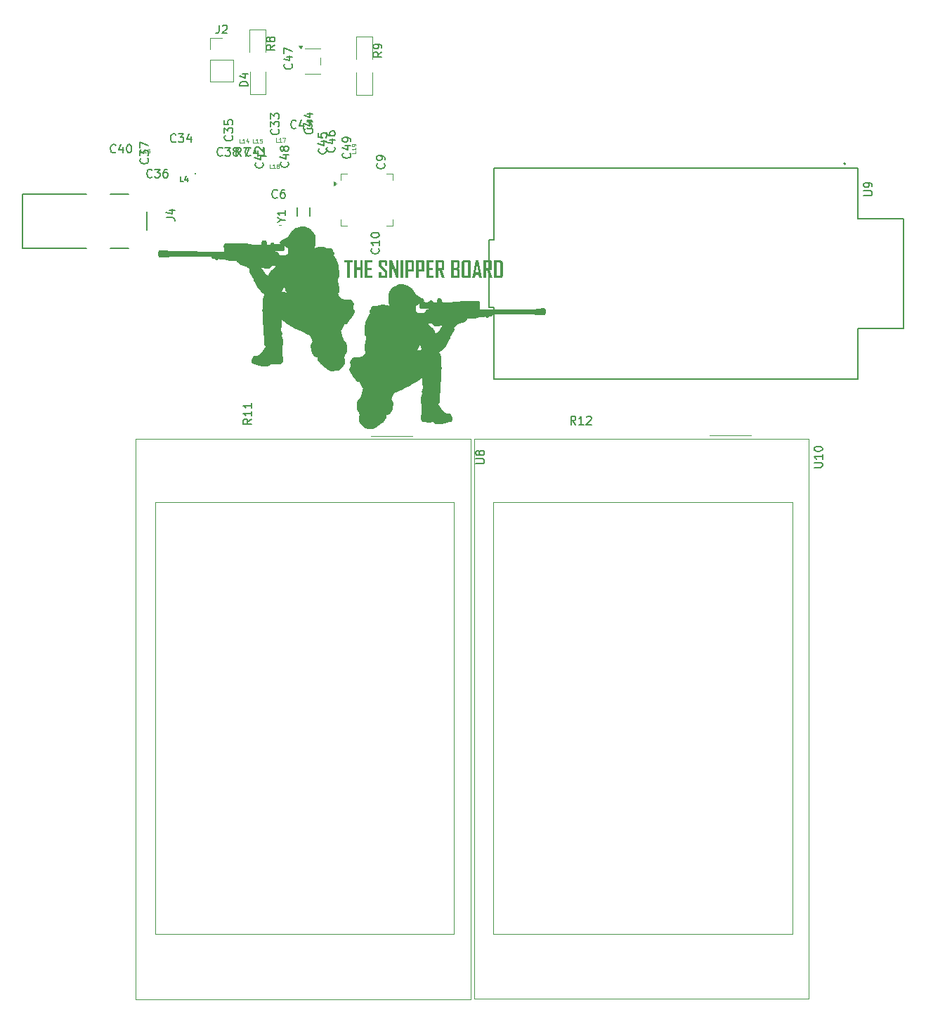
<source format=gto>
G04 #@! TF.GenerationSoftware,KiCad,Pcbnew,9.99.0-4546-gb76221958b*
G04 #@! TF.CreationDate,2026-01-23T23:05:35+05:00*
G04 #@! TF.ProjectId,Reciver board,52656369-7665-4722-9062-6f6172642e6b,rev?*
G04 #@! TF.SameCoordinates,Original*
G04 #@! TF.FileFunction,Legend,Top*
G04 #@! TF.FilePolarity,Positive*
%FSLAX46Y46*%
G04 Gerber Fmt 4.6, Leading zero omitted, Abs format (unit mm)*
G04 Created by KiCad (PCBNEW 9.99.0-4546-gb76221958b) date 2026-01-23 23:05:35*
%MOMM*%
%LPD*%
G01*
G04 APERTURE LIST*
%ADD10C,0.238879*%
%ADD11C,0.500000*%
%ADD12C,0.150000*%
%ADD13C,0.120000*%
%ADD14C,0.127000*%
%ADD15C,0.200000*%
G04 APERTURE END LIST*
D10*
X39033145Y-50892685D02*
X39147619Y-50920721D01*
X39294796Y-50995473D01*
X39376561Y-51039862D01*
X39570698Y-51109669D01*
X39675430Y-51175350D01*
X39790808Y-51255229D01*
X39890220Y-51347533D01*
X40018028Y-51500198D01*
X40198584Y-51733478D01*
X40307705Y-51958987D01*
X40344078Y-52126305D01*
X40317381Y-52844976D01*
X40260145Y-53361940D01*
X40263598Y-53479719D01*
X40287485Y-53527493D01*
X40406924Y-53587217D01*
X40466646Y-53587217D01*
X40502477Y-53527493D01*
X40574138Y-53455830D01*
X40693583Y-53408055D01*
X40848853Y-53396114D01*
X40968290Y-53372222D01*
X41072650Y-53342124D01*
X41148392Y-53339987D01*
X41271076Y-53352792D01*
X41395891Y-53386929D01*
X41563308Y-53458168D01*
X41839730Y-53519006D01*
X42079864Y-53527542D01*
X42210524Y-53527492D01*
X42280291Y-53543169D01*
X42359160Y-53576538D01*
X42428420Y-53618999D01*
X42449724Y-53668226D01*
X42459233Y-53718831D01*
X42458471Y-53764494D01*
X42432474Y-53801395D01*
X42422329Y-53819656D01*
X42422329Y-53840958D01*
X42452761Y-53859221D01*
X42486235Y-53874435D01*
X42522753Y-53893708D01*
X42554199Y-53925156D01*
X42592750Y-53969791D01*
X42603906Y-54012398D01*
X42605466Y-54079049D01*
X42588403Y-54122773D01*
X42569206Y-54155837D01*
X42540414Y-54192093D01*
X42494558Y-54226219D01*
X42433771Y-54234753D01*
X42378314Y-54219822D01*
X42320728Y-54191028D01*
X42271670Y-54153700D01*
X42223683Y-54119575D01*
X42184221Y-54072653D01*
X42143699Y-54017198D01*
X42121304Y-54019332D01*
X42067986Y-54134504D01*
X42119167Y-54140906D01*
X42194881Y-54160099D01*
X42304734Y-54233685D01*
X42337794Y-54245419D01*
X42452964Y-54323262D01*
X42558945Y-54411379D01*
X42733647Y-54625589D01*
X42955042Y-55051147D01*
X43115869Y-55467291D01*
X43128625Y-55542219D01*
X43149402Y-55858883D01*
X43206441Y-56274491D01*
X43216177Y-56484937D01*
X43208995Y-56657321D01*
X43187832Y-56784385D01*
X43118125Y-56970274D01*
X43037856Y-57105465D01*
X42997719Y-57181507D01*
X42997719Y-57259669D01*
X43039966Y-57422326D01*
X43097429Y-57667517D01*
X43146392Y-57930141D01*
X43204263Y-58108514D01*
X43232740Y-58238254D01*
X43232740Y-58339516D01*
X43209008Y-58405966D01*
X43178943Y-58466093D01*
X43192558Y-58720231D01*
X43037821Y-58771084D01*
X43034595Y-58810086D01*
X43116723Y-59024747D01*
X43192057Y-59263566D01*
X43224099Y-59308152D01*
X43324415Y-59381993D01*
X43381538Y-59425184D01*
X43464109Y-59536376D01*
X43553483Y-59640645D01*
X43577069Y-59633200D01*
X43615552Y-59618304D01*
X43661482Y-59648094D01*
X43748377Y-59706439D01*
X43852650Y-59790850D01*
X43920924Y-59757339D01*
X44018990Y-59722578D01*
X44100917Y-59690305D01*
X44296937Y-59674239D01*
X44446084Y-59679270D01*
X44571771Y-59697702D01*
X44663942Y-59736248D01*
X44754434Y-59801602D01*
X44838226Y-59885395D01*
X44920342Y-59999352D01*
X44965588Y-60118333D01*
X44968322Y-60198104D01*
X44930146Y-60278039D01*
X44880033Y-60399736D01*
X44858771Y-60548187D01*
X44881161Y-60705727D01*
X44933058Y-60836416D01*
X45019916Y-60995235D01*
X45032647Y-61038909D01*
X45033974Y-61114564D01*
X44995486Y-61191547D01*
X44942308Y-61306469D01*
X44834833Y-61483683D01*
X44711299Y-61710152D01*
X44660519Y-61776032D01*
X44500000Y-61950000D01*
X44380892Y-62107464D01*
X44225451Y-62327503D01*
X44116436Y-62430458D01*
X43872168Y-62414311D01*
X43741065Y-62728125D01*
X43622414Y-62991467D01*
X43567735Y-63067260D01*
X43451671Y-63162095D01*
X43334899Y-63222958D01*
X43340725Y-63315489D01*
X43408666Y-63510477D01*
X43479236Y-63699505D01*
X43516245Y-63852924D01*
X43528460Y-64003195D01*
X43596156Y-64213429D01*
X43661277Y-64404306D01*
X43724157Y-64539045D01*
X43919229Y-64748039D01*
X44014312Y-64855227D01*
X44083467Y-64965876D01*
X44150891Y-65130112D01*
X44164722Y-65230383D01*
X44160238Y-65407514D01*
X44132005Y-65566740D01*
X44119473Y-65686706D01*
X44119473Y-65792595D01*
X44094556Y-65873563D01*
X44044048Y-65959540D01*
X43937561Y-66066021D01*
X43858074Y-66148509D01*
X43844576Y-66189003D01*
X43861078Y-66235498D01*
X43864074Y-66325487D01*
X43809878Y-66487856D01*
X43804491Y-66555687D01*
X43829257Y-66651521D01*
X43849543Y-66823165D01*
X43832736Y-67274779D01*
X43773926Y-67428120D01*
X43700403Y-67518444D01*
X43566897Y-67632493D01*
X43477713Y-67774638D01*
X43394096Y-67858256D01*
X43310481Y-67925142D01*
X43204567Y-67972526D01*
X43081941Y-68017123D01*
X42897987Y-68050566D01*
X42546806Y-68072863D01*
X42454830Y-68075650D01*
X42345877Y-68061375D01*
X42147179Y-67983175D01*
X41997185Y-67897282D01*
X41870274Y-67840879D01*
X41831817Y-67790884D01*
X41816434Y-67739605D01*
X41770281Y-67676786D01*
X41700751Y-67635916D01*
X41593453Y-67599600D01*
X41165934Y-67282671D01*
X40817387Y-66828416D01*
X40801076Y-66761391D01*
X40802629Y-66667745D01*
X40835755Y-66531848D01*
X40830384Y-66441105D01*
X40806653Y-66424327D01*
X40639398Y-66417961D01*
X40547018Y-66383016D01*
X40427205Y-66300709D01*
X40331354Y-66221530D01*
X40246965Y-66126721D01*
X40172842Y-65968901D01*
X40088586Y-65763637D01*
X40022192Y-65528495D01*
X39981053Y-65217033D01*
X39998683Y-65038772D01*
X40023695Y-64935376D01*
X40121419Y-64768670D01*
X40239841Y-64623803D01*
X40175457Y-64469743D01*
X40077145Y-64197674D01*
X39877049Y-63843069D01*
X39836030Y-63755383D01*
X39780558Y-63754377D01*
X39551614Y-63659569D01*
X38802043Y-63293874D01*
X38393340Y-63108380D01*
X38137573Y-62987105D01*
X37982305Y-62939325D01*
X37564268Y-62688505D01*
X37134284Y-62425737D01*
X36814785Y-62202289D01*
X36677587Y-62096532D01*
X36485284Y-61939146D01*
X36327853Y-61773763D01*
X36278558Y-62047282D01*
X36230317Y-62407778D01*
X36231756Y-62522732D01*
X36250433Y-62619001D01*
X36255376Y-62724191D01*
X36222728Y-62892501D01*
X36201334Y-63032640D01*
X36183924Y-63129992D01*
X36182651Y-63268790D01*
X36204021Y-63363363D01*
X36250432Y-63464860D01*
X36280017Y-63556970D01*
X36314393Y-63649248D01*
X36319825Y-63712577D01*
X36308965Y-63774099D01*
X36281587Y-63840470D01*
X36270973Y-63894187D01*
X36271636Y-63971779D01*
X36288211Y-64052689D01*
X36309275Y-64122121D01*
X36333484Y-64193361D01*
X36354790Y-64270863D01*
X36380378Y-64359225D01*
X36407528Y-64487347D01*
X36422112Y-64659921D01*
X36418794Y-64836400D01*
X36396494Y-65000453D01*
X36369905Y-65158578D01*
X36335166Y-65325102D01*
X36326184Y-65426833D01*
X36297011Y-65579188D01*
X36322976Y-66035727D01*
X36332324Y-66076044D01*
X36346283Y-66206320D01*
X36372651Y-66435854D01*
X36421629Y-66594490D01*
X36440702Y-66719804D01*
X36435251Y-66827409D01*
X36414823Y-66935017D01*
X36402183Y-67053909D01*
X36367624Y-67107295D01*
X36315391Y-67168229D01*
X36267104Y-67203695D01*
X36194225Y-67230334D01*
X36021031Y-67249143D01*
X35716731Y-67269985D01*
X35404134Y-67278546D01*
X35186459Y-67207892D01*
X35062741Y-67159996D01*
X35033530Y-67161489D01*
X34786156Y-67390280D01*
X34729930Y-67447733D01*
X34647890Y-67489507D01*
X34571890Y-67506618D01*
X34217291Y-67513913D01*
X33977493Y-67519855D01*
X33141162Y-67260241D01*
X32927863Y-67194742D01*
X32869483Y-67148709D01*
X32860498Y-67089203D01*
X32863869Y-66998264D01*
X32894990Y-66857734D01*
X32935565Y-66732837D01*
X32987760Y-66627250D01*
X33053623Y-66558887D01*
X33142831Y-66507195D01*
X33419996Y-66486959D01*
X33526522Y-66459017D01*
X33647882Y-66400519D01*
X33888039Y-66226891D01*
X33978652Y-66144986D01*
X34074494Y-66026486D01*
X34163373Y-65927157D01*
X34243532Y-65827823D01*
X34383747Y-65548864D01*
X34479842Y-65411590D01*
X34592001Y-65265603D01*
X34666021Y-65182882D01*
X34565883Y-65145872D01*
X34492958Y-65120835D01*
X34451596Y-65090359D01*
X34405807Y-64973966D01*
X34366369Y-64846454D01*
X34366369Y-64761005D01*
X34382279Y-64582954D01*
X34392232Y-64340905D01*
X34372334Y-63989439D01*
X34343426Y-63665328D01*
X34304347Y-63286857D01*
X34200486Y-61913301D01*
X34200486Y-61508471D01*
X34196477Y-61079596D01*
X34148377Y-60919267D01*
X34148377Y-60879183D01*
X34184451Y-60718857D01*
X34192467Y-60502411D01*
X34196073Y-60156384D01*
X34255790Y-59583076D01*
X34339400Y-59308367D01*
X34423006Y-59105320D01*
X34482731Y-58973937D01*
X34366174Y-58880670D01*
X34140366Y-58686760D01*
X34079630Y-58627563D01*
X35868224Y-58627563D01*
X36095163Y-58687280D01*
X36429593Y-58782834D01*
X36668471Y-58818662D01*
X36883462Y-58842555D01*
X36990959Y-58842555D01*
X37062619Y-58758944D01*
X37074564Y-58699224D01*
X37055649Y-58631378D01*
X36988711Y-58535567D01*
X36969582Y-58500144D01*
X36966039Y-58448255D01*
X36987264Y-58401080D01*
X36991987Y-58353910D01*
X36943633Y-58293757D01*
X36883486Y-58224169D01*
X36865792Y-58172280D01*
X36864826Y-58072521D01*
X36898399Y-58056853D01*
X37018131Y-58013214D01*
X37021486Y-57882292D01*
X36907347Y-57876699D01*
X36812235Y-57855433D01*
X36745100Y-57914742D01*
X36692503Y-57961740D01*
X36636555Y-58007619D01*
X36557107Y-58033353D01*
X36531368Y-58038951D01*
X36497800Y-58122873D01*
X36477654Y-58195611D01*
X36437997Y-58290920D01*
X36402608Y-58382928D01*
X36353950Y-58466976D01*
X36322781Y-58508752D01*
X36275564Y-58530789D01*
X36208203Y-58525748D01*
X36133909Y-58470347D01*
X36058989Y-58415576D01*
X36045138Y-58402984D01*
X36011140Y-58447682D01*
X35959502Y-58518370D01*
X35903171Y-58587511D01*
X35868224Y-58627563D01*
X34079630Y-58627563D01*
X33953294Y-58504427D01*
X33768590Y-58310252D01*
X33626513Y-58151596D01*
X33557179Y-58042812D01*
X33445956Y-57828420D01*
X33344401Y-57646274D01*
X33123033Y-57221207D01*
X33107917Y-57189708D01*
X33091535Y-57093963D01*
X33077680Y-57063727D01*
X32950350Y-56854211D01*
X32828315Y-56650821D01*
X32698394Y-56409171D01*
X32628791Y-56227887D01*
X32619083Y-56164757D01*
X32619083Y-56114579D01*
X32651454Y-56009366D01*
X32644976Y-55983474D01*
X32626423Y-55880503D01*
X32596198Y-55814561D01*
X32524762Y-55756863D01*
X32450574Y-55707403D01*
X32405085Y-55665462D01*
X33706369Y-55665462D01*
X33766091Y-55761012D01*
X33837758Y-55868512D01*
X33932270Y-55981530D01*
X34038008Y-56154557D01*
X34137007Y-56299143D01*
X34209121Y-56406816D01*
X34281497Y-56521616D01*
X34354059Y-56632326D01*
X34434738Y-56708623D01*
X34522643Y-56750577D01*
X34560601Y-56760566D01*
X34614542Y-56780547D01*
X34676475Y-56811510D01*
X34728421Y-56834489D01*
X34754390Y-56851469D01*
X34773371Y-56845476D01*
X34804333Y-56791535D01*
X34862270Y-56705625D01*
X34986364Y-56500606D01*
X35085334Y-56343742D01*
X35239105Y-56166194D01*
X35456465Y-55967516D01*
X35582128Y-55857138D01*
X35655147Y-55775627D01*
X35719675Y-55670341D01*
X35758532Y-55568929D01*
X35831062Y-55458433D01*
X35886791Y-55388106D01*
X35714300Y-55409334D01*
X35571006Y-55410663D01*
X35334831Y-55396067D01*
X35145098Y-55342995D01*
X35092459Y-55320596D01*
X35093312Y-55522174D01*
X35072282Y-55519305D01*
X35041695Y-55490632D01*
X35005854Y-55418945D01*
X34971442Y-55339134D01*
X34941335Y-55298987D01*
X34920780Y-55280827D01*
X34923121Y-55685680D01*
X34906018Y-55707986D01*
X34883718Y-55738466D01*
X34872563Y-55741441D01*
X34847284Y-55744415D01*
X33706369Y-55665462D01*
X32405085Y-55665462D01*
X32393167Y-55654473D01*
X32305101Y-55569205D01*
X32204459Y-55490928D01*
X32061879Y-55450391D01*
X31804676Y-55381897D01*
X31557128Y-55316911D01*
X31511575Y-55286942D01*
X31361715Y-55191031D01*
X31223850Y-55089128D01*
X31109798Y-54984434D01*
X35091039Y-54984434D01*
X35091161Y-55013377D01*
X35091870Y-54984654D01*
X35105911Y-54976428D01*
X35091039Y-54984434D01*
X31109798Y-54984434D01*
X31101888Y-54977173D01*
X31041354Y-54880118D01*
X31007958Y-54789323D01*
X30242626Y-54793556D01*
X30095943Y-54783610D01*
X30025752Y-54765890D01*
X29984680Y-54748295D01*
X29935232Y-54713090D01*
X29894156Y-54666151D01*
X29859794Y-54641005D01*
X29828779Y-54639330D01*
X29795254Y-54672860D01*
X29769267Y-54699679D01*
X29758372Y-54709740D01*
X29714787Y-54710575D01*
X29675392Y-54680397D01*
X29616722Y-54646033D01*
X29557211Y-54641848D01*
X29069583Y-54631995D01*
X29007867Y-54625038D01*
X28933486Y-54601204D01*
X28865682Y-54568743D01*
X28820481Y-54541212D01*
X28742212Y-54548644D01*
X28701011Y-54574271D01*
X28667849Y-54616979D01*
X28645739Y-54655171D01*
X28623124Y-54693832D01*
X28598941Y-54718386D01*
X28576992Y-54732152D01*
X28538301Y-54709828D01*
X28500721Y-54671883D01*
X28477658Y-54637656D01*
X28448639Y-54610125D01*
X28391039Y-54545745D01*
X28330151Y-54508471D01*
X28261914Y-54507424D01*
X28152738Y-54541017D01*
X28083449Y-54559913D01*
X28070316Y-54557629D01*
X28054325Y-54549064D01*
X28037189Y-54523928D01*
X28023483Y-54473105D01*
X28017077Y-54335964D01*
X27479848Y-54298220D01*
X24514798Y-54282480D01*
X22927746Y-54287592D01*
X22627197Y-54345027D01*
X22344750Y-54362859D01*
X21704020Y-54359037D01*
X21670576Y-54345662D01*
X21637974Y-54313056D01*
X21620420Y-54272091D01*
X21619470Y-54160525D01*
X21618531Y-54141727D01*
X21618069Y-54141728D01*
X21618075Y-54141355D01*
X21780959Y-54141355D01*
X22316341Y-54140626D01*
X22316278Y-54136635D01*
X32703079Y-54136635D01*
X33142482Y-54915910D01*
X33142484Y-54915910D01*
X32703079Y-54136635D01*
X22316278Y-54136635D01*
X22314452Y-54021238D01*
X21780994Y-54015555D01*
X21780959Y-54141355D01*
X21618075Y-54141355D01*
X21619094Y-54076918D01*
X21618845Y-53956797D01*
X21619094Y-53909700D01*
X21631043Y-53849982D01*
X21654927Y-53826096D01*
X21690761Y-53802205D01*
X22424697Y-53826870D01*
X22908705Y-53898374D01*
X29589347Y-53964157D01*
X30692269Y-53911343D01*
X31014809Y-53894013D01*
X31760221Y-53875146D01*
X31848285Y-53799662D01*
X29611252Y-53803860D01*
X29560536Y-53761965D01*
X29527300Y-53435677D01*
X29518459Y-53128485D01*
X29524916Y-53003703D01*
X29550729Y-52962827D01*
X29599141Y-52938084D01*
X31606845Y-52936277D01*
X32000435Y-52961598D01*
X32526913Y-53044720D01*
X32866353Y-53103601D01*
X32997690Y-53115651D01*
X33149270Y-53094626D01*
X33190553Y-53091451D01*
X33266769Y-53104157D01*
X33417611Y-53126384D01*
X33711451Y-53126478D01*
X34088745Y-53112947D01*
X34090321Y-52657287D01*
X34109593Y-52640285D01*
X34201411Y-52624415D01*
X34284553Y-52613945D01*
X34365182Y-52619864D01*
X34459131Y-52651676D01*
X34502035Y-52682741D01*
X34506051Y-53038870D01*
X34516261Y-53071782D01*
X34539525Y-53095044D01*
X34586623Y-53126253D01*
X35135502Y-53087771D01*
X35143417Y-52894955D01*
X35185971Y-52881801D01*
X35325998Y-52843894D01*
X35360814Y-52845439D01*
X35388663Y-52908101D01*
X35417295Y-53018740D01*
X35435082Y-53054328D01*
X35468356Y-53092234D01*
X35501617Y-53107708D01*
X35521607Y-53099889D01*
X35564840Y-53061680D01*
X35599031Y-53034535D01*
X35620147Y-53034535D01*
X35655342Y-53058667D01*
X35739806Y-53071737D01*
X35923820Y-53065703D01*
X36190219Y-53017701D01*
X36297466Y-53005696D01*
X36430331Y-53005696D01*
X36539304Y-53023610D01*
X36604993Y-53060185D01*
X36622160Y-53104967D01*
X36627443Y-53300599D01*
X36615766Y-53542392D01*
X36598895Y-53623010D01*
X35989621Y-53619258D01*
X35442878Y-53585195D01*
X35373425Y-53616944D01*
X35300000Y-53648696D01*
X35171075Y-53647319D01*
X35084448Y-53614678D01*
X35043019Y-53588315D01*
X35004104Y-53599617D01*
X35007871Y-53703813D01*
X35137180Y-53705070D01*
X35194923Y-53723902D01*
X35245147Y-53759052D01*
X35285319Y-53802991D01*
X35307918Y-53839400D01*
X35419646Y-53839400D01*
X35487439Y-53858230D01*
X35545192Y-53898403D01*
X35594154Y-53947365D01*
X35628051Y-53982516D01*
X35646805Y-53983456D01*
X35673999Y-53966575D01*
X35704010Y-53961884D01*
X35731212Y-53961884D01*
X35772475Y-53972199D01*
X35825928Y-53997523D01*
X35858756Y-54030346D01*
X35887828Y-54069739D01*
X35900956Y-54119443D01*
X35883138Y-54182275D01*
X35851252Y-54222599D01*
X35843558Y-54242323D01*
X35870493Y-54259639D01*
X35974769Y-54302740D01*
X36152722Y-54370863D01*
X36877397Y-54381220D01*
X36957251Y-54360688D01*
X37019989Y-54325328D01*
X37087288Y-54255744D01*
X37118089Y-54239774D01*
X37191093Y-54210118D01*
X37261816Y-54186160D01*
X37318850Y-54135970D01*
X37332984Y-54104322D01*
X37332984Y-54068286D01*
X37306268Y-54012366D01*
X37284518Y-53957067D01*
X37264787Y-53863350D01*
X37265669Y-53372222D01*
X37008664Y-53164272D01*
X36826564Y-53025535D01*
X36676989Y-52897630D01*
X36553419Y-52810918D01*
X36497905Y-52794262D01*
X36450721Y-52797040D01*
X36404921Y-52813691D01*
X36379937Y-52828955D01*
X36286954Y-52754015D01*
X36286954Y-52712382D01*
X36309160Y-52663807D01*
X36377164Y-52608295D01*
X36489576Y-52554166D01*
X37046519Y-52280344D01*
X37201658Y-52195723D01*
X37255258Y-52116739D01*
X37269361Y-52094173D01*
X37275001Y-52043401D01*
X37325772Y-51930570D01*
X37506307Y-51673876D01*
X37727233Y-51413645D01*
X37925810Y-51222082D01*
X38096348Y-51107612D01*
X38210818Y-51051542D01*
X38411729Y-50967443D01*
X38694402Y-50892685D01*
X38876626Y-50873996D01*
X39033145Y-50892685D01*
G36*
X39033145Y-50892685D02*
G01*
X39147619Y-50920721D01*
X39294796Y-50995473D01*
X39376561Y-51039862D01*
X39570698Y-51109669D01*
X39675430Y-51175350D01*
X39790808Y-51255229D01*
X39890220Y-51347533D01*
X40018028Y-51500198D01*
X40198584Y-51733478D01*
X40307705Y-51958987D01*
X40344078Y-52126305D01*
X40317381Y-52844976D01*
X40260145Y-53361940D01*
X40263598Y-53479719D01*
X40287485Y-53527493D01*
X40406924Y-53587217D01*
X40466646Y-53587217D01*
X40502477Y-53527493D01*
X40574138Y-53455830D01*
X40693583Y-53408055D01*
X40848853Y-53396114D01*
X40968290Y-53372222D01*
X41072650Y-53342124D01*
X41148392Y-53339987D01*
X41271076Y-53352792D01*
X41395891Y-53386929D01*
X41563308Y-53458168D01*
X41839730Y-53519006D01*
X42079864Y-53527542D01*
X42210524Y-53527492D01*
X42280291Y-53543169D01*
X42359160Y-53576538D01*
X42428420Y-53618999D01*
X42449724Y-53668226D01*
X42459233Y-53718831D01*
X42458471Y-53764494D01*
X42432474Y-53801395D01*
X42422329Y-53819656D01*
X42422329Y-53840958D01*
X42452761Y-53859221D01*
X42486235Y-53874435D01*
X42522753Y-53893708D01*
X42554199Y-53925156D01*
X42592750Y-53969791D01*
X42603906Y-54012398D01*
X42605466Y-54079049D01*
X42588403Y-54122773D01*
X42569206Y-54155837D01*
X42540414Y-54192093D01*
X42494558Y-54226219D01*
X42433771Y-54234753D01*
X42378314Y-54219822D01*
X42320728Y-54191028D01*
X42271670Y-54153700D01*
X42223683Y-54119575D01*
X42184221Y-54072653D01*
X42143699Y-54017198D01*
X42121304Y-54019332D01*
X42067986Y-54134504D01*
X42119167Y-54140906D01*
X42194881Y-54160099D01*
X42304734Y-54233685D01*
X42337794Y-54245419D01*
X42452964Y-54323262D01*
X42558945Y-54411379D01*
X42733647Y-54625589D01*
X42955042Y-55051147D01*
X43115869Y-55467291D01*
X43128625Y-55542219D01*
X43149402Y-55858883D01*
X43206441Y-56274491D01*
X43216177Y-56484937D01*
X43208995Y-56657321D01*
X43187832Y-56784385D01*
X43118125Y-56970274D01*
X43037856Y-57105465D01*
X42997719Y-57181507D01*
X42997719Y-57259669D01*
X43039966Y-57422326D01*
X43097429Y-57667517D01*
X43146392Y-57930141D01*
X43204263Y-58108514D01*
X43232740Y-58238254D01*
X43232740Y-58339516D01*
X43209008Y-58405966D01*
X43178943Y-58466093D01*
X43192558Y-58720231D01*
X43037821Y-58771084D01*
X43034595Y-58810086D01*
X43116723Y-59024747D01*
X43192057Y-59263566D01*
X43224099Y-59308152D01*
X43324415Y-59381993D01*
X43381538Y-59425184D01*
X43464109Y-59536376D01*
X43553483Y-59640645D01*
X43577069Y-59633200D01*
X43615552Y-59618304D01*
X43661482Y-59648094D01*
X43748377Y-59706439D01*
X43852650Y-59790850D01*
X43920924Y-59757339D01*
X44018990Y-59722578D01*
X44100917Y-59690305D01*
X44296937Y-59674239D01*
X44446084Y-59679270D01*
X44571771Y-59697702D01*
X44663942Y-59736248D01*
X44754434Y-59801602D01*
X44838226Y-59885395D01*
X44920342Y-59999352D01*
X44965588Y-60118333D01*
X44968322Y-60198104D01*
X44930146Y-60278039D01*
X44880033Y-60399736D01*
X44858771Y-60548187D01*
X44881161Y-60705727D01*
X44933058Y-60836416D01*
X45019916Y-60995235D01*
X45032647Y-61038909D01*
X45033974Y-61114564D01*
X44995486Y-61191547D01*
X44942308Y-61306469D01*
X44834833Y-61483683D01*
X44711299Y-61710152D01*
X44660519Y-61776032D01*
X44500000Y-61950000D01*
X44380892Y-62107464D01*
X44225451Y-62327503D01*
X44116436Y-62430458D01*
X43872168Y-62414311D01*
X43741065Y-62728125D01*
X43622414Y-62991467D01*
X43567735Y-63067260D01*
X43451671Y-63162095D01*
X43334899Y-63222958D01*
X43340725Y-63315489D01*
X43408666Y-63510477D01*
X43479236Y-63699505D01*
X43516245Y-63852924D01*
X43528460Y-64003195D01*
X43596156Y-64213429D01*
X43661277Y-64404306D01*
X43724157Y-64539045D01*
X43919229Y-64748039D01*
X44014312Y-64855227D01*
X44083467Y-64965876D01*
X44150891Y-65130112D01*
X44164722Y-65230383D01*
X44160238Y-65407514D01*
X44132005Y-65566740D01*
X44119473Y-65686706D01*
X44119473Y-65792595D01*
X44094556Y-65873563D01*
X44044048Y-65959540D01*
X43937561Y-66066021D01*
X43858074Y-66148509D01*
X43844576Y-66189003D01*
X43861078Y-66235498D01*
X43864074Y-66325487D01*
X43809878Y-66487856D01*
X43804491Y-66555687D01*
X43829257Y-66651521D01*
X43849543Y-66823165D01*
X43832736Y-67274779D01*
X43773926Y-67428120D01*
X43700403Y-67518444D01*
X43566897Y-67632493D01*
X43477713Y-67774638D01*
X43394096Y-67858256D01*
X43310481Y-67925142D01*
X43204567Y-67972526D01*
X43081941Y-68017123D01*
X42897987Y-68050566D01*
X42546806Y-68072863D01*
X42454830Y-68075650D01*
X42345877Y-68061375D01*
X42147179Y-67983175D01*
X41997185Y-67897282D01*
X41870274Y-67840879D01*
X41831817Y-67790884D01*
X41816434Y-67739605D01*
X41770281Y-67676786D01*
X41700751Y-67635916D01*
X41593453Y-67599600D01*
X41165934Y-67282671D01*
X40817387Y-66828416D01*
X40801076Y-66761391D01*
X40802629Y-66667745D01*
X40835755Y-66531848D01*
X40830384Y-66441105D01*
X40806653Y-66424327D01*
X40639398Y-66417961D01*
X40547018Y-66383016D01*
X40427205Y-66300709D01*
X40331354Y-66221530D01*
X40246965Y-66126721D01*
X40172842Y-65968901D01*
X40088586Y-65763637D01*
X40022192Y-65528495D01*
X39981053Y-65217033D01*
X39998683Y-65038772D01*
X40023695Y-64935376D01*
X40121419Y-64768670D01*
X40239841Y-64623803D01*
X40175457Y-64469743D01*
X40077145Y-64197674D01*
X39877049Y-63843069D01*
X39836030Y-63755383D01*
X39780558Y-63754377D01*
X39551614Y-63659569D01*
X38802043Y-63293874D01*
X38393340Y-63108380D01*
X38137573Y-62987105D01*
X37982305Y-62939325D01*
X37564268Y-62688505D01*
X37134284Y-62425737D01*
X36814785Y-62202289D01*
X36677587Y-62096532D01*
X36485284Y-61939146D01*
X36327853Y-61773763D01*
X36278558Y-62047282D01*
X36230317Y-62407778D01*
X36231756Y-62522732D01*
X36250433Y-62619001D01*
X36255376Y-62724191D01*
X36222728Y-62892501D01*
X36201334Y-63032640D01*
X36183924Y-63129992D01*
X36182651Y-63268790D01*
X36204021Y-63363363D01*
X36250432Y-63464860D01*
X36280017Y-63556970D01*
X36314393Y-63649248D01*
X36319825Y-63712577D01*
X36308965Y-63774099D01*
X36281587Y-63840470D01*
X36270973Y-63894187D01*
X36271636Y-63971779D01*
X36288211Y-64052689D01*
X36309275Y-64122121D01*
X36333484Y-64193361D01*
X36354790Y-64270863D01*
X36380378Y-64359225D01*
X36407528Y-64487347D01*
X36422112Y-64659921D01*
X36418794Y-64836400D01*
X36396494Y-65000453D01*
X36369905Y-65158578D01*
X36335166Y-65325102D01*
X36326184Y-65426833D01*
X36297011Y-65579188D01*
X36322976Y-66035727D01*
X36332324Y-66076044D01*
X36346283Y-66206320D01*
X36372651Y-66435854D01*
X36421629Y-66594490D01*
X36440702Y-66719804D01*
X36435251Y-66827409D01*
X36414823Y-66935017D01*
X36402183Y-67053909D01*
X36367624Y-67107295D01*
X36315391Y-67168229D01*
X36267104Y-67203695D01*
X36194225Y-67230334D01*
X36021031Y-67249143D01*
X35716731Y-67269985D01*
X35404134Y-67278546D01*
X35186459Y-67207892D01*
X35062741Y-67159996D01*
X35033530Y-67161489D01*
X34786156Y-67390280D01*
X34729930Y-67447733D01*
X34647890Y-67489507D01*
X34571890Y-67506618D01*
X34217291Y-67513913D01*
X33977493Y-67519855D01*
X33141162Y-67260241D01*
X32927863Y-67194742D01*
X32869483Y-67148709D01*
X32860498Y-67089203D01*
X32863869Y-66998264D01*
X32894990Y-66857734D01*
X32935565Y-66732837D01*
X32987760Y-66627250D01*
X33053623Y-66558887D01*
X33142831Y-66507195D01*
X33419996Y-66486959D01*
X33526522Y-66459017D01*
X33647882Y-66400519D01*
X33888039Y-66226891D01*
X33978652Y-66144986D01*
X34074494Y-66026486D01*
X34163373Y-65927157D01*
X34243532Y-65827823D01*
X34383747Y-65548864D01*
X34479842Y-65411590D01*
X34592001Y-65265603D01*
X34666021Y-65182882D01*
X34565883Y-65145872D01*
X34492958Y-65120835D01*
X34451596Y-65090359D01*
X34405807Y-64973966D01*
X34366369Y-64846454D01*
X34366369Y-64761005D01*
X34382279Y-64582954D01*
X34392232Y-64340905D01*
X34372334Y-63989439D01*
X34343426Y-63665328D01*
X34304347Y-63286857D01*
X34200486Y-61913301D01*
X34200486Y-61508471D01*
X34196477Y-61079596D01*
X34148377Y-60919267D01*
X34148377Y-60879183D01*
X34184451Y-60718857D01*
X34192467Y-60502411D01*
X34196073Y-60156384D01*
X34255790Y-59583076D01*
X34339400Y-59308367D01*
X34423006Y-59105320D01*
X34482731Y-58973937D01*
X34366174Y-58880670D01*
X34140366Y-58686760D01*
X34079630Y-58627563D01*
X35868224Y-58627563D01*
X36095163Y-58687280D01*
X36429593Y-58782834D01*
X36668471Y-58818662D01*
X36883462Y-58842555D01*
X36990959Y-58842555D01*
X37062619Y-58758944D01*
X37074564Y-58699224D01*
X37055649Y-58631378D01*
X36988711Y-58535567D01*
X36969582Y-58500144D01*
X36966039Y-58448255D01*
X36987264Y-58401080D01*
X36991987Y-58353910D01*
X36943633Y-58293757D01*
X36883486Y-58224169D01*
X36865792Y-58172280D01*
X36864826Y-58072521D01*
X36898399Y-58056853D01*
X37018131Y-58013214D01*
X37021486Y-57882292D01*
X36907347Y-57876699D01*
X36812235Y-57855433D01*
X36745100Y-57914742D01*
X36692503Y-57961740D01*
X36636555Y-58007619D01*
X36557107Y-58033353D01*
X36531368Y-58038951D01*
X36497800Y-58122873D01*
X36477654Y-58195611D01*
X36437997Y-58290920D01*
X36402608Y-58382928D01*
X36353950Y-58466976D01*
X36322781Y-58508752D01*
X36275564Y-58530789D01*
X36208203Y-58525748D01*
X36133909Y-58470347D01*
X36058989Y-58415576D01*
X36045138Y-58402984D01*
X36011140Y-58447682D01*
X35959502Y-58518370D01*
X35903171Y-58587511D01*
X35868224Y-58627563D01*
X34079630Y-58627563D01*
X33953294Y-58504427D01*
X33768590Y-58310252D01*
X33626513Y-58151596D01*
X33557179Y-58042812D01*
X33445956Y-57828420D01*
X33344401Y-57646274D01*
X33123033Y-57221207D01*
X33107917Y-57189708D01*
X33091535Y-57093963D01*
X33077680Y-57063727D01*
X32950350Y-56854211D01*
X32828315Y-56650821D01*
X32698394Y-56409171D01*
X32628791Y-56227887D01*
X32619083Y-56164757D01*
X32619083Y-56114579D01*
X32651454Y-56009366D01*
X32644976Y-55983474D01*
X32626423Y-55880503D01*
X32596198Y-55814561D01*
X32524762Y-55756863D01*
X32450574Y-55707403D01*
X32405085Y-55665462D01*
X33706369Y-55665462D01*
X33766091Y-55761012D01*
X33837758Y-55868512D01*
X33932270Y-55981530D01*
X34038008Y-56154557D01*
X34137007Y-56299143D01*
X34209121Y-56406816D01*
X34281497Y-56521616D01*
X34354059Y-56632326D01*
X34434738Y-56708623D01*
X34522643Y-56750577D01*
X34560601Y-56760566D01*
X34614542Y-56780547D01*
X34676475Y-56811510D01*
X34728421Y-56834489D01*
X34754390Y-56851469D01*
X34773371Y-56845476D01*
X34804333Y-56791535D01*
X34862270Y-56705625D01*
X34986364Y-56500606D01*
X35085334Y-56343742D01*
X35239105Y-56166194D01*
X35456465Y-55967516D01*
X35582128Y-55857138D01*
X35655147Y-55775627D01*
X35719675Y-55670341D01*
X35758532Y-55568929D01*
X35831062Y-55458433D01*
X35886791Y-55388106D01*
X35714300Y-55409334D01*
X35571006Y-55410663D01*
X35334831Y-55396067D01*
X35145098Y-55342995D01*
X35092459Y-55320596D01*
X35093312Y-55522174D01*
X35072282Y-55519305D01*
X35041695Y-55490632D01*
X35005854Y-55418945D01*
X34971442Y-55339134D01*
X34941335Y-55298987D01*
X34920780Y-55280827D01*
X34923121Y-55685680D01*
X34906018Y-55707986D01*
X34883718Y-55738466D01*
X34872563Y-55741441D01*
X34847284Y-55744415D01*
X33706369Y-55665462D01*
X32405085Y-55665462D01*
X32393167Y-55654473D01*
X32305101Y-55569205D01*
X32204459Y-55490928D01*
X32061879Y-55450391D01*
X31804676Y-55381897D01*
X31557128Y-55316911D01*
X31511575Y-55286942D01*
X31361715Y-55191031D01*
X31223850Y-55089128D01*
X31109798Y-54984434D01*
X35091039Y-54984434D01*
X35091161Y-55013377D01*
X35091870Y-54984654D01*
X35105911Y-54976428D01*
X35091039Y-54984434D01*
X31109798Y-54984434D01*
X31101888Y-54977173D01*
X31041354Y-54880118D01*
X31007958Y-54789323D01*
X30242626Y-54793556D01*
X30095943Y-54783610D01*
X30025752Y-54765890D01*
X29984680Y-54748295D01*
X29935232Y-54713090D01*
X29894156Y-54666151D01*
X29859794Y-54641005D01*
X29828779Y-54639330D01*
X29795254Y-54672860D01*
X29769267Y-54699679D01*
X29758372Y-54709740D01*
X29714787Y-54710575D01*
X29675392Y-54680397D01*
X29616722Y-54646033D01*
X29557211Y-54641848D01*
X29069583Y-54631995D01*
X29007867Y-54625038D01*
X28933486Y-54601204D01*
X28865682Y-54568743D01*
X28820481Y-54541212D01*
X28742212Y-54548644D01*
X28701011Y-54574271D01*
X28667849Y-54616979D01*
X28645739Y-54655171D01*
X28623124Y-54693832D01*
X28598941Y-54718386D01*
X28576992Y-54732152D01*
X28538301Y-54709828D01*
X28500721Y-54671883D01*
X28477658Y-54637656D01*
X28448639Y-54610125D01*
X28391039Y-54545745D01*
X28330151Y-54508471D01*
X28261914Y-54507424D01*
X28152738Y-54541017D01*
X28083449Y-54559913D01*
X28070316Y-54557629D01*
X28054325Y-54549064D01*
X28037189Y-54523928D01*
X28023483Y-54473105D01*
X28017077Y-54335964D01*
X27479848Y-54298220D01*
X24514798Y-54282480D01*
X22927746Y-54287592D01*
X22627197Y-54345027D01*
X22344750Y-54362859D01*
X21704020Y-54359037D01*
X21670576Y-54345662D01*
X21637974Y-54313056D01*
X21620420Y-54272091D01*
X21619470Y-54160525D01*
X21618531Y-54141727D01*
X21618069Y-54141728D01*
X21618075Y-54141355D01*
X21780959Y-54141355D01*
X22316341Y-54140626D01*
X22316278Y-54136635D01*
X32703079Y-54136635D01*
X33142482Y-54915910D01*
X33142484Y-54915910D01*
X32703079Y-54136635D01*
X22316278Y-54136635D01*
X22314452Y-54021238D01*
X21780994Y-54015555D01*
X21780959Y-54141355D01*
X21618075Y-54141355D01*
X21619094Y-54076918D01*
X21618845Y-53956797D01*
X21619094Y-53909700D01*
X21631043Y-53849982D01*
X21654927Y-53826096D01*
X21690761Y-53802205D01*
X22424697Y-53826870D01*
X22908705Y-53898374D01*
X29589347Y-53964157D01*
X30692269Y-53911343D01*
X31014809Y-53894013D01*
X31760221Y-53875146D01*
X31848285Y-53799662D01*
X29611252Y-53803860D01*
X29560536Y-53761965D01*
X29527300Y-53435677D01*
X29518459Y-53128485D01*
X29524916Y-53003703D01*
X29550729Y-52962827D01*
X29599141Y-52938084D01*
X31606845Y-52936277D01*
X32000435Y-52961598D01*
X32526913Y-53044720D01*
X32866353Y-53103601D01*
X32997690Y-53115651D01*
X33149270Y-53094626D01*
X33190553Y-53091451D01*
X33266769Y-53104157D01*
X33417611Y-53126384D01*
X33711451Y-53126478D01*
X34088745Y-53112947D01*
X34090321Y-52657287D01*
X34109593Y-52640285D01*
X34201411Y-52624415D01*
X34284553Y-52613945D01*
X34365182Y-52619864D01*
X34459131Y-52651676D01*
X34502035Y-52682741D01*
X34506051Y-53038870D01*
X34516261Y-53071782D01*
X34539525Y-53095044D01*
X34586623Y-53126253D01*
X35135502Y-53087771D01*
X35143417Y-52894955D01*
X35185971Y-52881801D01*
X35325998Y-52843894D01*
X35360814Y-52845439D01*
X35388663Y-52908101D01*
X35417295Y-53018740D01*
X35435082Y-53054328D01*
X35468356Y-53092234D01*
X35501617Y-53107708D01*
X35521607Y-53099889D01*
X35564840Y-53061680D01*
X35599031Y-53034535D01*
X35620147Y-53034535D01*
X35655342Y-53058667D01*
X35739806Y-53071737D01*
X35923820Y-53065703D01*
X36190219Y-53017701D01*
X36297466Y-53005696D01*
X36430331Y-53005696D01*
X36539304Y-53023610D01*
X36604993Y-53060185D01*
X36622160Y-53104967D01*
X36627443Y-53300599D01*
X36615766Y-53542392D01*
X36598895Y-53623010D01*
X35989621Y-53619258D01*
X35442878Y-53585195D01*
X35373425Y-53616944D01*
X35300000Y-53648696D01*
X35171075Y-53647319D01*
X35084448Y-53614678D01*
X35043019Y-53588315D01*
X35004104Y-53599617D01*
X35007871Y-53703813D01*
X35137180Y-53705070D01*
X35194923Y-53723902D01*
X35245147Y-53759052D01*
X35285319Y-53802991D01*
X35307918Y-53839400D01*
X35419646Y-53839400D01*
X35487439Y-53858230D01*
X35545192Y-53898403D01*
X35594154Y-53947365D01*
X35628051Y-53982516D01*
X35646805Y-53983456D01*
X35673999Y-53966575D01*
X35704010Y-53961884D01*
X35731212Y-53961884D01*
X35772475Y-53972199D01*
X35825928Y-53997523D01*
X35858756Y-54030346D01*
X35887828Y-54069739D01*
X35900956Y-54119443D01*
X35883138Y-54182275D01*
X35851252Y-54222599D01*
X35843558Y-54242323D01*
X35870493Y-54259639D01*
X35974769Y-54302740D01*
X36152722Y-54370863D01*
X36877397Y-54381220D01*
X36957251Y-54360688D01*
X37019989Y-54325328D01*
X37087288Y-54255744D01*
X37118089Y-54239774D01*
X37191093Y-54210118D01*
X37261816Y-54186160D01*
X37318850Y-54135970D01*
X37332984Y-54104322D01*
X37332984Y-54068286D01*
X37306268Y-54012366D01*
X37284518Y-53957067D01*
X37264787Y-53863350D01*
X37265669Y-53372222D01*
X37008664Y-53164272D01*
X36826564Y-53025535D01*
X36676989Y-52897630D01*
X36553419Y-52810918D01*
X36497905Y-52794262D01*
X36450721Y-52797040D01*
X36404921Y-52813691D01*
X36379937Y-52828955D01*
X36286954Y-52754015D01*
X36286954Y-52712382D01*
X36309160Y-52663807D01*
X36377164Y-52608295D01*
X36489576Y-52554166D01*
X37046519Y-52280344D01*
X37201658Y-52195723D01*
X37255258Y-52116739D01*
X37269361Y-52094173D01*
X37275001Y-52043401D01*
X37325772Y-51930570D01*
X37506307Y-51673876D01*
X37727233Y-51413645D01*
X37925810Y-51222082D01*
X38096348Y-51107612D01*
X38210818Y-51051542D01*
X38411729Y-50967443D01*
X38694402Y-50892685D01*
X38876626Y-50873996D01*
X39033145Y-50892685D01*
G37*
X50993802Y-57856008D02*
X51276475Y-57930765D01*
X51477386Y-58014866D01*
X51591856Y-58070936D01*
X51762394Y-58185403D01*
X51960971Y-58376969D01*
X52181897Y-58637203D01*
X52362432Y-58893889D01*
X52413203Y-59006718D01*
X52418843Y-59057496D01*
X52432946Y-59080063D01*
X52486546Y-59159044D01*
X52641685Y-59243665D01*
X53198628Y-59517487D01*
X53311040Y-59571608D01*
X53379044Y-59627128D01*
X53401250Y-59675702D01*
X53401250Y-59717334D01*
X53308267Y-59792280D01*
X53283283Y-59777011D01*
X53237483Y-59760361D01*
X53190299Y-59757582D01*
X53134785Y-59774238D01*
X53011215Y-59860952D01*
X52861640Y-59988856D01*
X52679540Y-60127595D01*
X52422535Y-60335545D01*
X52423417Y-60826675D01*
X52403686Y-60920390D01*
X52381936Y-60975684D01*
X52355220Y-61031605D01*
X52355220Y-61067643D01*
X52369354Y-61099290D01*
X52426388Y-61149482D01*
X52497111Y-61173436D01*
X52570115Y-61203098D01*
X52600916Y-61219062D01*
X52668215Y-61288646D01*
X52730953Y-61324007D01*
X52810807Y-61344538D01*
X53535482Y-61334181D01*
X53713435Y-61266059D01*
X53817711Y-61222960D01*
X53844646Y-61205645D01*
X53836952Y-61185923D01*
X53805066Y-61145598D01*
X53787248Y-61082763D01*
X53800376Y-61033057D01*
X53829448Y-60993671D01*
X53862276Y-60960844D01*
X53915729Y-60935522D01*
X53956992Y-60925205D01*
X53984194Y-60925205D01*
X54014205Y-60929901D01*
X54041399Y-60946779D01*
X54060153Y-60945839D01*
X54094050Y-60910687D01*
X54143012Y-60861724D01*
X54200765Y-60821554D01*
X54268558Y-60802721D01*
X54380286Y-60802721D01*
X54402885Y-60766317D01*
X54443057Y-60722375D01*
X54493281Y-60687224D01*
X54551024Y-60668390D01*
X54680333Y-60667137D01*
X54684100Y-60562936D01*
X54645185Y-60551635D01*
X54603756Y-60578002D01*
X54517129Y-60610640D01*
X54388204Y-60612019D01*
X54314779Y-60580268D01*
X54245326Y-60548517D01*
X53698583Y-60582582D01*
X53089309Y-60586328D01*
X53072438Y-60505715D01*
X53060761Y-60263919D01*
X53066044Y-60068294D01*
X53083211Y-60023506D01*
X53148900Y-59986930D01*
X53257873Y-59969017D01*
X53390738Y-59969017D01*
X53497985Y-59981025D01*
X53764384Y-60029027D01*
X53948398Y-60035056D01*
X54032862Y-60021990D01*
X54068057Y-59997854D01*
X54089173Y-59997854D01*
X54123364Y-60025001D01*
X54166597Y-60063214D01*
X54186587Y-60071033D01*
X54219848Y-60055555D01*
X54253122Y-60017648D01*
X54270909Y-59982061D01*
X54299541Y-59871427D01*
X54327390Y-59808760D01*
X54362206Y-59807215D01*
X54502233Y-59845119D01*
X54544787Y-59858277D01*
X54552702Y-60051090D01*
X55101581Y-60089573D01*
X55148679Y-60058364D01*
X55171943Y-60035103D01*
X55182153Y-60002194D01*
X55186169Y-59646062D01*
X55229073Y-59614995D01*
X55323022Y-59583187D01*
X55403651Y-59577265D01*
X55486793Y-59587734D01*
X55578611Y-59603604D01*
X55597883Y-59620609D01*
X55599459Y-60076263D01*
X55976753Y-60089798D01*
X56270593Y-60089704D01*
X56421435Y-60067474D01*
X56497651Y-60054776D01*
X56538934Y-60057947D01*
X56690514Y-60078977D01*
X56821851Y-60066925D01*
X57161291Y-60008042D01*
X57687769Y-59924913D01*
X58081359Y-59899596D01*
X60089063Y-59901403D01*
X60137475Y-59926145D01*
X60163288Y-59967026D01*
X60169745Y-60091807D01*
X60160904Y-60398998D01*
X60127668Y-60725282D01*
X60076952Y-60767181D01*
X57839919Y-60762983D01*
X57927983Y-60838466D01*
X58673395Y-60857337D01*
X58995935Y-60874665D01*
X60098857Y-60927484D01*
X66779499Y-60861696D01*
X67263507Y-60790191D01*
X67997443Y-60765529D01*
X68033277Y-60789414D01*
X68057161Y-60813303D01*
X68069110Y-60873022D01*
X68069359Y-60920120D01*
X68069110Y-61040240D01*
X68070135Y-61105049D01*
X68069672Y-61105048D01*
X68068734Y-61123847D01*
X68067784Y-61235413D01*
X68050230Y-61276376D01*
X68017628Y-61308983D01*
X67984184Y-61322360D01*
X67343454Y-61326176D01*
X67061007Y-61308354D01*
X66760458Y-61250914D01*
X65173406Y-61245800D01*
X62208356Y-61261536D01*
X61671127Y-61299287D01*
X61664721Y-61436421D01*
X61651015Y-61487254D01*
X61633879Y-61512381D01*
X61617888Y-61520949D01*
X61604755Y-61523235D01*
X61535466Y-61504338D01*
X61426290Y-61470746D01*
X61358053Y-61471797D01*
X61297165Y-61509064D01*
X61239565Y-61573443D01*
X61210546Y-61600976D01*
X61187483Y-61635200D01*
X61149903Y-61673150D01*
X61111212Y-61695474D01*
X61089263Y-61681708D01*
X61065080Y-61657156D01*
X61042465Y-61618491D01*
X61020355Y-61580302D01*
X60987193Y-61537594D01*
X60945992Y-61511968D01*
X60867723Y-61504534D01*
X60822522Y-61532067D01*
X60754718Y-61564530D01*
X60680337Y-61588361D01*
X60618621Y-61595317D01*
X60130993Y-61605166D01*
X60071482Y-61609358D01*
X60012812Y-61643725D01*
X59973417Y-61673896D01*
X59929832Y-61673059D01*
X59918937Y-61663002D01*
X59892950Y-61636174D01*
X59859425Y-61602652D01*
X59828410Y-61604330D01*
X59794048Y-61629473D01*
X59752972Y-61676413D01*
X59703524Y-61711612D01*
X59662452Y-61729215D01*
X59592261Y-61746936D01*
X59445578Y-61756874D01*
X58680246Y-61752643D01*
X58646850Y-61843440D01*
X58586316Y-61940491D01*
X58464354Y-62052447D01*
X58326489Y-62154354D01*
X58176629Y-62250261D01*
X58131076Y-62280233D01*
X57883528Y-62345218D01*
X57626325Y-62413715D01*
X57483745Y-62454250D01*
X57383103Y-62532529D01*
X57295037Y-62617794D01*
X57237630Y-62670730D01*
X57163442Y-62720187D01*
X57092006Y-62777883D01*
X57061781Y-62843828D01*
X57043228Y-62946792D01*
X57036750Y-62972687D01*
X57069121Y-63077902D01*
X57069121Y-63128079D01*
X57059413Y-63191208D01*
X56989810Y-63372489D01*
X56859889Y-63614141D01*
X56737854Y-63817535D01*
X56610524Y-64027047D01*
X56596669Y-64057281D01*
X56580287Y-64153030D01*
X56565171Y-64184526D01*
X56343803Y-64609595D01*
X56242248Y-64791745D01*
X56131025Y-65006131D01*
X56061691Y-65114919D01*
X55919614Y-65273576D01*
X55734910Y-65467750D01*
X55547838Y-65650083D01*
X55322030Y-65843988D01*
X55205473Y-65937259D01*
X55265198Y-66068639D01*
X55348804Y-66271688D01*
X55432414Y-66546400D01*
X55492131Y-67119706D01*
X55495737Y-67465733D01*
X55503753Y-67682179D01*
X55539827Y-67842507D01*
X55539827Y-67882585D01*
X55491727Y-68042916D01*
X55487718Y-68471794D01*
X55487718Y-68876620D01*
X55383857Y-70250179D01*
X55344778Y-70628650D01*
X55315870Y-70952758D01*
X55295972Y-71304228D01*
X55305925Y-71546276D01*
X55321835Y-71724328D01*
X55321835Y-71809775D01*
X55282397Y-71937288D01*
X55236608Y-72053682D01*
X55195246Y-72084160D01*
X55122321Y-72109192D01*
X55022183Y-72146202D01*
X55096203Y-72228923D01*
X55208362Y-72374910D01*
X55304457Y-72512188D01*
X55444672Y-72791147D01*
X55524831Y-72890474D01*
X55613710Y-72989808D01*
X55709552Y-73108302D01*
X55800165Y-73190211D01*
X56040322Y-73363836D01*
X56161682Y-73422337D01*
X56268208Y-73450283D01*
X56545373Y-73470517D01*
X56634581Y-73522206D01*
X56700444Y-73590571D01*
X56752639Y-73696161D01*
X56793214Y-73821058D01*
X56824335Y-73961587D01*
X56827706Y-74052524D01*
X56818721Y-74112030D01*
X56760341Y-74158060D01*
X56547042Y-74223560D01*
X55710711Y-74483178D01*
X55470913Y-74477231D01*
X55116314Y-74469938D01*
X55040314Y-74452830D01*
X54958274Y-74411052D01*
X54902048Y-74353603D01*
X54654674Y-74124816D01*
X54625463Y-74123315D01*
X54501745Y-74171214D01*
X54284070Y-74241868D01*
X53971473Y-74233305D01*
X53667173Y-74212467D01*
X53493979Y-74193657D01*
X53421100Y-74167014D01*
X53372813Y-74131548D01*
X53320580Y-74070616D01*
X53286021Y-74017235D01*
X53273381Y-73898340D01*
X53252953Y-73790726D01*
X53247502Y-73683123D01*
X53266575Y-73557817D01*
X53315553Y-73399174D01*
X53341921Y-73169636D01*
X53355880Y-73039368D01*
X53365228Y-72999046D01*
X53391193Y-72542507D01*
X53362020Y-72390156D01*
X53353038Y-72288424D01*
X53318299Y-72121895D01*
X53291710Y-71963778D01*
X53269410Y-71799720D01*
X53266092Y-71623239D01*
X53280676Y-71450673D01*
X53307826Y-71322546D01*
X53333414Y-71234185D01*
X53354720Y-71156681D01*
X53378929Y-71085445D01*
X53399993Y-71016015D01*
X53416568Y-70935104D01*
X53417231Y-70857509D01*
X53406617Y-70803787D01*
X53379239Y-70737419D01*
X53368379Y-70675901D01*
X53373811Y-70612566D01*
X53408187Y-70520288D01*
X53437772Y-70428184D01*
X53484183Y-70326684D01*
X53505553Y-70232110D01*
X53504280Y-70093315D01*
X53486870Y-69995958D01*
X53465476Y-69855822D01*
X53432828Y-69687514D01*
X53437771Y-69582323D01*
X53456448Y-69486049D01*
X53457887Y-69371097D01*
X53409646Y-69010601D01*
X53360351Y-68737086D01*
X53202920Y-68902468D01*
X53010617Y-69059853D01*
X52873419Y-69165607D01*
X52553920Y-69389060D01*
X52123936Y-69651827D01*
X51705899Y-69902650D01*
X51550631Y-69950425D01*
X51294864Y-70071701D01*
X50886161Y-70257191D01*
X50136590Y-70622888D01*
X49907646Y-70717694D01*
X49852174Y-70718702D01*
X49811155Y-70806388D01*
X49611059Y-71160996D01*
X49512747Y-71433061D01*
X49448363Y-71587126D01*
X49566785Y-71731991D01*
X49664509Y-71898699D01*
X49689521Y-72002092D01*
X49707151Y-72180351D01*
X49666012Y-72491812D01*
X49599618Y-72726961D01*
X49515362Y-72932219D01*
X49441239Y-73090041D01*
X49356850Y-73184852D01*
X49260999Y-73264031D01*
X49141186Y-73346337D01*
X49048806Y-73381276D01*
X48881551Y-73387648D01*
X48857820Y-73404426D01*
X48852449Y-73495167D01*
X48885575Y-73631064D01*
X48887128Y-73724710D01*
X48870817Y-73791736D01*
X48522270Y-74245991D01*
X48094751Y-74562924D01*
X47987453Y-74599235D01*
X47917923Y-74640109D01*
X47871770Y-74702923D01*
X47856387Y-74754200D01*
X47817930Y-74804197D01*
X47691019Y-74860605D01*
X47541025Y-74946494D01*
X47342327Y-75024696D01*
X47233374Y-75038971D01*
X47141398Y-75036184D01*
X46790217Y-75013888D01*
X46606263Y-74980445D01*
X46483637Y-74935842D01*
X46377723Y-74888470D01*
X46294108Y-74821575D01*
X46210491Y-74737963D01*
X46121307Y-74595819D01*
X45987801Y-74481768D01*
X45914278Y-74391443D01*
X45855468Y-74238101D01*
X45838661Y-73786484D01*
X45858947Y-73614841D01*
X45883713Y-73519011D01*
X45878326Y-73451180D01*
X45824130Y-73288807D01*
X45827126Y-73198814D01*
X45843628Y-73152322D01*
X45830130Y-73111831D01*
X45750643Y-73029341D01*
X45644156Y-72922860D01*
X45593648Y-72836881D01*
X45568731Y-72755914D01*
X45568731Y-72650029D01*
X45556199Y-72530060D01*
X45527966Y-72370830D01*
X45523482Y-72193704D01*
X45537313Y-72093430D01*
X45604737Y-71929197D01*
X45673892Y-71818550D01*
X45768975Y-71711363D01*
X45964047Y-71502367D01*
X46026927Y-71367623D01*
X46092048Y-71176753D01*
X46159744Y-70966510D01*
X46171959Y-70816243D01*
X46208968Y-70662827D01*
X46279538Y-70473796D01*
X46347479Y-70278811D01*
X46353305Y-70186278D01*
X46236533Y-70125414D01*
X46120469Y-70030581D01*
X46065790Y-69954790D01*
X45947139Y-69691450D01*
X45816036Y-69377630D01*
X45571768Y-69393783D01*
X45462753Y-69290825D01*
X45307312Y-69070784D01*
X45188204Y-68913317D01*
X45027685Y-68739356D01*
X44976905Y-68673475D01*
X44853371Y-68447004D01*
X44745896Y-68269791D01*
X44692718Y-68154866D01*
X44654230Y-68077886D01*
X44655557Y-68002231D01*
X44668288Y-67958560D01*
X44755146Y-67799733D01*
X44807043Y-67669046D01*
X44829433Y-67511509D01*
X44808171Y-67363057D01*
X44758058Y-67241365D01*
X44719882Y-67161428D01*
X44722616Y-67081658D01*
X44767862Y-66962673D01*
X44849978Y-66848718D01*
X44933770Y-66764927D01*
X45024262Y-66699567D01*
X45116433Y-66661022D01*
X45242120Y-66642589D01*
X45391267Y-66637561D01*
X45587287Y-66653622D01*
X45669214Y-66685901D01*
X45767280Y-66720656D01*
X45835554Y-66754170D01*
X45939827Y-66669763D01*
X46026722Y-66611419D01*
X46072652Y-66581624D01*
X46111135Y-66596525D01*
X46134721Y-66603968D01*
X46224095Y-66499696D01*
X46306666Y-66388509D01*
X46363789Y-66345316D01*
X46464105Y-66271471D01*
X46496147Y-66226892D01*
X46571481Y-65988069D01*
X46653609Y-65773410D01*
X46650383Y-65734406D01*
X46495646Y-65683552D01*
X46496771Y-65662544D01*
X52613640Y-65662544D01*
X52625585Y-65722266D01*
X52697245Y-65805874D01*
X52804742Y-65805874D01*
X53019733Y-65781987D01*
X53258611Y-65746157D01*
X53593041Y-65650602D01*
X53819980Y-65590885D01*
X53785033Y-65550829D01*
X53728702Y-65481691D01*
X53677064Y-65411004D01*
X53643066Y-65366302D01*
X53629215Y-65378896D01*
X53554295Y-65433671D01*
X53480001Y-65489070D01*
X53412640Y-65494109D01*
X53365423Y-65472072D01*
X53334254Y-65430298D01*
X53285596Y-65346252D01*
X53250207Y-65254240D01*
X53210550Y-65158931D01*
X53190404Y-65086197D01*
X53156836Y-65002272D01*
X53131097Y-64996679D01*
X53051649Y-64970940D01*
X52995701Y-64925064D01*
X52943104Y-64878064D01*
X52875969Y-64818759D01*
X52780857Y-64840020D01*
X52666718Y-64845614D01*
X52670073Y-64976535D01*
X52789805Y-65020177D01*
X52823378Y-65035847D01*
X52822412Y-65135602D01*
X52804718Y-65187494D01*
X52744571Y-65257076D01*
X52696217Y-65317224D01*
X52700940Y-65364397D01*
X52722165Y-65411576D01*
X52718622Y-65463466D01*
X52699493Y-65498888D01*
X52632555Y-65594702D01*
X52613640Y-65662544D01*
X46496771Y-65662544D01*
X46509261Y-65429410D01*
X46479196Y-65369288D01*
X46455464Y-65302838D01*
X46455464Y-65201573D01*
X46483941Y-65071835D01*
X46541812Y-64893465D01*
X46590775Y-64630843D01*
X46648238Y-64385645D01*
X46690485Y-64222995D01*
X46690485Y-64144834D01*
X46650348Y-64068788D01*
X46570079Y-63933591D01*
X46500372Y-63747707D01*
X46479209Y-63620640D01*
X46472027Y-63448262D01*
X46481763Y-63237811D01*
X46538802Y-62822205D01*
X46559579Y-62505540D01*
X46572335Y-62430617D01*
X46602939Y-62351428D01*
X53801413Y-62351428D01*
X53857142Y-62421754D01*
X53929672Y-62532252D01*
X53968529Y-62633664D01*
X54033057Y-62738948D01*
X54106076Y-62820453D01*
X54231739Y-62930837D01*
X54449099Y-63129516D01*
X54602870Y-63307062D01*
X54701840Y-63463926D01*
X54825934Y-63668951D01*
X54883871Y-63754855D01*
X54914833Y-63808797D01*
X54933814Y-63814793D01*
X54959783Y-63797810D01*
X55011729Y-63774832D01*
X55073662Y-63743866D01*
X55127603Y-63723888D01*
X55165561Y-63713899D01*
X55253466Y-63671947D01*
X55334145Y-63595649D01*
X55406707Y-63484932D01*
X55479083Y-63370139D01*
X55551197Y-63262465D01*
X55650196Y-63117880D01*
X55755934Y-62944851D01*
X55850446Y-62831832D01*
X55922113Y-62724335D01*
X55981835Y-62628786D01*
X54840920Y-62707739D01*
X54815641Y-62704765D01*
X54804486Y-62701792D01*
X54782186Y-62671305D01*
X54765083Y-62649000D01*
X54767424Y-62244147D01*
X54746869Y-62262309D01*
X54716762Y-62302456D01*
X54682350Y-62382268D01*
X54646509Y-62453953D01*
X54615922Y-62482628D01*
X54594892Y-62485496D01*
X54595744Y-62283915D01*
X54543106Y-62306316D01*
X54353373Y-62359386D01*
X54117198Y-62373986D01*
X53973904Y-62372658D01*
X53801413Y-62351428D01*
X46602939Y-62351428D01*
X46733162Y-62014468D01*
X46772050Y-61939720D01*
X54582234Y-61939720D01*
X54596334Y-61947980D01*
X54597042Y-61976702D01*
X54597165Y-61947758D01*
X54582234Y-61939720D01*
X46772050Y-61939720D01*
X46803518Y-61879234D01*
X56545719Y-61879234D01*
X56545722Y-61879234D01*
X56982878Y-61103947D01*
X67371863Y-61103947D01*
X67907244Y-61104675D01*
X67907210Y-60978878D01*
X67373752Y-60984558D01*
X67371863Y-61103947D01*
X56982878Y-61103947D01*
X56985125Y-61099962D01*
X56545719Y-61879234D01*
X46803518Y-61879234D01*
X46954557Y-61588912D01*
X47129259Y-61374699D01*
X47235240Y-61286587D01*
X47350410Y-61208734D01*
X47383470Y-61197005D01*
X47493323Y-61123419D01*
X47569037Y-61104223D01*
X47620218Y-61097824D01*
X47566900Y-60982652D01*
X47544505Y-60980521D01*
X47503983Y-61035971D01*
X47464521Y-61082897D01*
X47416534Y-61117021D01*
X47367476Y-61154350D01*
X47309890Y-61183143D01*
X47254433Y-61198072D01*
X47193646Y-61189541D01*
X47147790Y-61155410D01*
X47118998Y-61119153D01*
X47099801Y-61086096D01*
X47082738Y-61042372D01*
X47084298Y-60975717D01*
X47095454Y-60933114D01*
X47134005Y-60888475D01*
X47165451Y-60857029D01*
X47201969Y-60837759D01*
X47235443Y-60822545D01*
X47265875Y-60804282D01*
X47265875Y-60782982D01*
X47255730Y-60764720D01*
X47229733Y-60727813D01*
X47228971Y-60682152D01*
X47238480Y-60631545D01*
X47259784Y-60582320D01*
X47329044Y-60539854D01*
X47407913Y-60506487D01*
X47477680Y-60490817D01*
X47608340Y-60490866D01*
X47848474Y-60482327D01*
X48124896Y-60421490D01*
X48292313Y-60350248D01*
X48417128Y-60316113D01*
X48539812Y-60303312D01*
X48615554Y-60305447D01*
X48719914Y-60335545D01*
X48839351Y-60359433D01*
X48994621Y-60371378D01*
X49114066Y-60419153D01*
X49185727Y-60490818D01*
X49221558Y-60550537D01*
X49281280Y-60550537D01*
X49400719Y-60490818D01*
X49424606Y-60443041D01*
X49428059Y-60325259D01*
X49370823Y-59808297D01*
X49344126Y-59089629D01*
X49380499Y-58922311D01*
X49489620Y-58696803D01*
X49670176Y-58463518D01*
X49797984Y-58310862D01*
X49897396Y-58218548D01*
X50012774Y-58138673D01*
X50117506Y-58072992D01*
X50311643Y-58003183D01*
X50393408Y-57958798D01*
X50540585Y-57884040D01*
X50655059Y-57856008D01*
X50811578Y-57837317D01*
X50993802Y-57856008D01*
G36*
X50993802Y-57856008D02*
G01*
X51276475Y-57930765D01*
X51477386Y-58014866D01*
X51591856Y-58070936D01*
X51762394Y-58185403D01*
X51960971Y-58376969D01*
X52181897Y-58637203D01*
X52362432Y-58893889D01*
X52413203Y-59006718D01*
X52418843Y-59057496D01*
X52432946Y-59080063D01*
X52486546Y-59159044D01*
X52641685Y-59243665D01*
X53198628Y-59517487D01*
X53311040Y-59571608D01*
X53379044Y-59627128D01*
X53401250Y-59675702D01*
X53401250Y-59717334D01*
X53308267Y-59792280D01*
X53283283Y-59777011D01*
X53237483Y-59760361D01*
X53190299Y-59757582D01*
X53134785Y-59774238D01*
X53011215Y-59860952D01*
X52861640Y-59988856D01*
X52679540Y-60127595D01*
X52422535Y-60335545D01*
X52423417Y-60826675D01*
X52403686Y-60920390D01*
X52381936Y-60975684D01*
X52355220Y-61031605D01*
X52355220Y-61067643D01*
X52369354Y-61099290D01*
X52426388Y-61149482D01*
X52497111Y-61173436D01*
X52570115Y-61203098D01*
X52600916Y-61219062D01*
X52668215Y-61288646D01*
X52730953Y-61324007D01*
X52810807Y-61344538D01*
X53535482Y-61334181D01*
X53713435Y-61266059D01*
X53817711Y-61222960D01*
X53844646Y-61205645D01*
X53836952Y-61185923D01*
X53805066Y-61145598D01*
X53787248Y-61082763D01*
X53800376Y-61033057D01*
X53829448Y-60993671D01*
X53862276Y-60960844D01*
X53915729Y-60935522D01*
X53956992Y-60925205D01*
X53984194Y-60925205D01*
X54014205Y-60929901D01*
X54041399Y-60946779D01*
X54060153Y-60945839D01*
X54094050Y-60910687D01*
X54143012Y-60861724D01*
X54200765Y-60821554D01*
X54268558Y-60802721D01*
X54380286Y-60802721D01*
X54402885Y-60766317D01*
X54443057Y-60722375D01*
X54493281Y-60687224D01*
X54551024Y-60668390D01*
X54680333Y-60667137D01*
X54684100Y-60562936D01*
X54645185Y-60551635D01*
X54603756Y-60578002D01*
X54517129Y-60610640D01*
X54388204Y-60612019D01*
X54314779Y-60580268D01*
X54245326Y-60548517D01*
X53698583Y-60582582D01*
X53089309Y-60586328D01*
X53072438Y-60505715D01*
X53060761Y-60263919D01*
X53066044Y-60068294D01*
X53083211Y-60023506D01*
X53148900Y-59986930D01*
X53257873Y-59969017D01*
X53390738Y-59969017D01*
X53497985Y-59981025D01*
X53764384Y-60029027D01*
X53948398Y-60035056D01*
X54032862Y-60021990D01*
X54068057Y-59997854D01*
X54089173Y-59997854D01*
X54123364Y-60025001D01*
X54166597Y-60063214D01*
X54186587Y-60071033D01*
X54219848Y-60055555D01*
X54253122Y-60017648D01*
X54270909Y-59982061D01*
X54299541Y-59871427D01*
X54327390Y-59808760D01*
X54362206Y-59807215D01*
X54502233Y-59845119D01*
X54544787Y-59858277D01*
X54552702Y-60051090D01*
X55101581Y-60089573D01*
X55148679Y-60058364D01*
X55171943Y-60035103D01*
X55182153Y-60002194D01*
X55186169Y-59646062D01*
X55229073Y-59614995D01*
X55323022Y-59583187D01*
X55403651Y-59577265D01*
X55486793Y-59587734D01*
X55578611Y-59603604D01*
X55597883Y-59620609D01*
X55599459Y-60076263D01*
X55976753Y-60089798D01*
X56270593Y-60089704D01*
X56421435Y-60067474D01*
X56497651Y-60054776D01*
X56538934Y-60057947D01*
X56690514Y-60078977D01*
X56821851Y-60066925D01*
X57161291Y-60008042D01*
X57687769Y-59924913D01*
X58081359Y-59899596D01*
X60089063Y-59901403D01*
X60137475Y-59926145D01*
X60163288Y-59967026D01*
X60169745Y-60091807D01*
X60160904Y-60398998D01*
X60127668Y-60725282D01*
X60076952Y-60767181D01*
X57839919Y-60762983D01*
X57927983Y-60838466D01*
X58673395Y-60857337D01*
X58995935Y-60874665D01*
X60098857Y-60927484D01*
X66779499Y-60861696D01*
X67263507Y-60790191D01*
X67997443Y-60765529D01*
X68033277Y-60789414D01*
X68057161Y-60813303D01*
X68069110Y-60873022D01*
X68069359Y-60920120D01*
X68069110Y-61040240D01*
X68070135Y-61105049D01*
X68069672Y-61105048D01*
X68068734Y-61123847D01*
X68067784Y-61235413D01*
X68050230Y-61276376D01*
X68017628Y-61308983D01*
X67984184Y-61322360D01*
X67343454Y-61326176D01*
X67061007Y-61308354D01*
X66760458Y-61250914D01*
X65173406Y-61245800D01*
X62208356Y-61261536D01*
X61671127Y-61299287D01*
X61664721Y-61436421D01*
X61651015Y-61487254D01*
X61633879Y-61512381D01*
X61617888Y-61520949D01*
X61604755Y-61523235D01*
X61535466Y-61504338D01*
X61426290Y-61470746D01*
X61358053Y-61471797D01*
X61297165Y-61509064D01*
X61239565Y-61573443D01*
X61210546Y-61600976D01*
X61187483Y-61635200D01*
X61149903Y-61673150D01*
X61111212Y-61695474D01*
X61089263Y-61681708D01*
X61065080Y-61657156D01*
X61042465Y-61618491D01*
X61020355Y-61580302D01*
X60987193Y-61537594D01*
X60945992Y-61511968D01*
X60867723Y-61504534D01*
X60822522Y-61532067D01*
X60754718Y-61564530D01*
X60680337Y-61588361D01*
X60618621Y-61595317D01*
X60130993Y-61605166D01*
X60071482Y-61609358D01*
X60012812Y-61643725D01*
X59973417Y-61673896D01*
X59929832Y-61673059D01*
X59918937Y-61663002D01*
X59892950Y-61636174D01*
X59859425Y-61602652D01*
X59828410Y-61604330D01*
X59794048Y-61629473D01*
X59752972Y-61676413D01*
X59703524Y-61711612D01*
X59662452Y-61729215D01*
X59592261Y-61746936D01*
X59445578Y-61756874D01*
X58680246Y-61752643D01*
X58646850Y-61843440D01*
X58586316Y-61940491D01*
X58464354Y-62052447D01*
X58326489Y-62154354D01*
X58176629Y-62250261D01*
X58131076Y-62280233D01*
X57883528Y-62345218D01*
X57626325Y-62413715D01*
X57483745Y-62454250D01*
X57383103Y-62532529D01*
X57295037Y-62617794D01*
X57237630Y-62670730D01*
X57163442Y-62720187D01*
X57092006Y-62777883D01*
X57061781Y-62843828D01*
X57043228Y-62946792D01*
X57036750Y-62972687D01*
X57069121Y-63077902D01*
X57069121Y-63128079D01*
X57059413Y-63191208D01*
X56989810Y-63372489D01*
X56859889Y-63614141D01*
X56737854Y-63817535D01*
X56610524Y-64027047D01*
X56596669Y-64057281D01*
X56580287Y-64153030D01*
X56565171Y-64184526D01*
X56343803Y-64609595D01*
X56242248Y-64791745D01*
X56131025Y-65006131D01*
X56061691Y-65114919D01*
X55919614Y-65273576D01*
X55734910Y-65467750D01*
X55547838Y-65650083D01*
X55322030Y-65843988D01*
X55205473Y-65937259D01*
X55265198Y-66068639D01*
X55348804Y-66271688D01*
X55432414Y-66546400D01*
X55492131Y-67119706D01*
X55495737Y-67465733D01*
X55503753Y-67682179D01*
X55539827Y-67842507D01*
X55539827Y-67882585D01*
X55491727Y-68042916D01*
X55487718Y-68471794D01*
X55487718Y-68876620D01*
X55383857Y-70250179D01*
X55344778Y-70628650D01*
X55315870Y-70952758D01*
X55295972Y-71304228D01*
X55305925Y-71546276D01*
X55321835Y-71724328D01*
X55321835Y-71809775D01*
X55282397Y-71937288D01*
X55236608Y-72053682D01*
X55195246Y-72084160D01*
X55122321Y-72109192D01*
X55022183Y-72146202D01*
X55096203Y-72228923D01*
X55208362Y-72374910D01*
X55304457Y-72512188D01*
X55444672Y-72791147D01*
X55524831Y-72890474D01*
X55613710Y-72989808D01*
X55709552Y-73108302D01*
X55800165Y-73190211D01*
X56040322Y-73363836D01*
X56161682Y-73422337D01*
X56268208Y-73450283D01*
X56545373Y-73470517D01*
X56634581Y-73522206D01*
X56700444Y-73590571D01*
X56752639Y-73696161D01*
X56793214Y-73821058D01*
X56824335Y-73961587D01*
X56827706Y-74052524D01*
X56818721Y-74112030D01*
X56760341Y-74158060D01*
X56547042Y-74223560D01*
X55710711Y-74483178D01*
X55470913Y-74477231D01*
X55116314Y-74469938D01*
X55040314Y-74452830D01*
X54958274Y-74411052D01*
X54902048Y-74353603D01*
X54654674Y-74124816D01*
X54625463Y-74123315D01*
X54501745Y-74171214D01*
X54284070Y-74241868D01*
X53971473Y-74233305D01*
X53667173Y-74212467D01*
X53493979Y-74193657D01*
X53421100Y-74167014D01*
X53372813Y-74131548D01*
X53320580Y-74070616D01*
X53286021Y-74017235D01*
X53273381Y-73898340D01*
X53252953Y-73790726D01*
X53247502Y-73683123D01*
X53266575Y-73557817D01*
X53315553Y-73399174D01*
X53341921Y-73169636D01*
X53355880Y-73039368D01*
X53365228Y-72999046D01*
X53391193Y-72542507D01*
X53362020Y-72390156D01*
X53353038Y-72288424D01*
X53318299Y-72121895D01*
X53291710Y-71963778D01*
X53269410Y-71799720D01*
X53266092Y-71623239D01*
X53280676Y-71450673D01*
X53307826Y-71322546D01*
X53333414Y-71234185D01*
X53354720Y-71156681D01*
X53378929Y-71085445D01*
X53399993Y-71016015D01*
X53416568Y-70935104D01*
X53417231Y-70857509D01*
X53406617Y-70803787D01*
X53379239Y-70737419D01*
X53368379Y-70675901D01*
X53373811Y-70612566D01*
X53408187Y-70520288D01*
X53437772Y-70428184D01*
X53484183Y-70326684D01*
X53505553Y-70232110D01*
X53504280Y-70093315D01*
X53486870Y-69995958D01*
X53465476Y-69855822D01*
X53432828Y-69687514D01*
X53437771Y-69582323D01*
X53456448Y-69486049D01*
X53457887Y-69371097D01*
X53409646Y-69010601D01*
X53360351Y-68737086D01*
X53202920Y-68902468D01*
X53010617Y-69059853D01*
X52873419Y-69165607D01*
X52553920Y-69389060D01*
X52123936Y-69651827D01*
X51705899Y-69902650D01*
X51550631Y-69950425D01*
X51294864Y-70071701D01*
X50886161Y-70257191D01*
X50136590Y-70622888D01*
X49907646Y-70717694D01*
X49852174Y-70718702D01*
X49811155Y-70806388D01*
X49611059Y-71160996D01*
X49512747Y-71433061D01*
X49448363Y-71587126D01*
X49566785Y-71731991D01*
X49664509Y-71898699D01*
X49689521Y-72002092D01*
X49707151Y-72180351D01*
X49666012Y-72491812D01*
X49599618Y-72726961D01*
X49515362Y-72932219D01*
X49441239Y-73090041D01*
X49356850Y-73184852D01*
X49260999Y-73264031D01*
X49141186Y-73346337D01*
X49048806Y-73381276D01*
X48881551Y-73387648D01*
X48857820Y-73404426D01*
X48852449Y-73495167D01*
X48885575Y-73631064D01*
X48887128Y-73724710D01*
X48870817Y-73791736D01*
X48522270Y-74245991D01*
X48094751Y-74562924D01*
X47987453Y-74599235D01*
X47917923Y-74640109D01*
X47871770Y-74702923D01*
X47856387Y-74754200D01*
X47817930Y-74804197D01*
X47691019Y-74860605D01*
X47541025Y-74946494D01*
X47342327Y-75024696D01*
X47233374Y-75038971D01*
X47141398Y-75036184D01*
X46790217Y-75013888D01*
X46606263Y-74980445D01*
X46483637Y-74935842D01*
X46377723Y-74888470D01*
X46294108Y-74821575D01*
X46210491Y-74737963D01*
X46121307Y-74595819D01*
X45987801Y-74481768D01*
X45914278Y-74391443D01*
X45855468Y-74238101D01*
X45838661Y-73786484D01*
X45858947Y-73614841D01*
X45883713Y-73519011D01*
X45878326Y-73451180D01*
X45824130Y-73288807D01*
X45827126Y-73198814D01*
X45843628Y-73152322D01*
X45830130Y-73111831D01*
X45750643Y-73029341D01*
X45644156Y-72922860D01*
X45593648Y-72836881D01*
X45568731Y-72755914D01*
X45568731Y-72650029D01*
X45556199Y-72530060D01*
X45527966Y-72370830D01*
X45523482Y-72193704D01*
X45537313Y-72093430D01*
X45604737Y-71929197D01*
X45673892Y-71818550D01*
X45768975Y-71711363D01*
X45964047Y-71502367D01*
X46026927Y-71367623D01*
X46092048Y-71176753D01*
X46159744Y-70966510D01*
X46171959Y-70816243D01*
X46208968Y-70662827D01*
X46279538Y-70473796D01*
X46347479Y-70278811D01*
X46353305Y-70186278D01*
X46236533Y-70125414D01*
X46120469Y-70030581D01*
X46065790Y-69954790D01*
X45947139Y-69691450D01*
X45816036Y-69377630D01*
X45571768Y-69393783D01*
X45462753Y-69290825D01*
X45307312Y-69070784D01*
X45188204Y-68913317D01*
X45027685Y-68739356D01*
X44976905Y-68673475D01*
X44853371Y-68447004D01*
X44745896Y-68269791D01*
X44692718Y-68154866D01*
X44654230Y-68077886D01*
X44655557Y-68002231D01*
X44668288Y-67958560D01*
X44755146Y-67799733D01*
X44807043Y-67669046D01*
X44829433Y-67511509D01*
X44808171Y-67363057D01*
X44758058Y-67241365D01*
X44719882Y-67161428D01*
X44722616Y-67081658D01*
X44767862Y-66962673D01*
X44849978Y-66848718D01*
X44933770Y-66764927D01*
X45024262Y-66699567D01*
X45116433Y-66661022D01*
X45242120Y-66642589D01*
X45391267Y-66637561D01*
X45587287Y-66653622D01*
X45669214Y-66685901D01*
X45767280Y-66720656D01*
X45835554Y-66754170D01*
X45939827Y-66669763D01*
X46026722Y-66611419D01*
X46072652Y-66581624D01*
X46111135Y-66596525D01*
X46134721Y-66603968D01*
X46224095Y-66499696D01*
X46306666Y-66388509D01*
X46363789Y-66345316D01*
X46464105Y-66271471D01*
X46496147Y-66226892D01*
X46571481Y-65988069D01*
X46653609Y-65773410D01*
X46650383Y-65734406D01*
X46495646Y-65683552D01*
X46496771Y-65662544D01*
X52613640Y-65662544D01*
X52625585Y-65722266D01*
X52697245Y-65805874D01*
X52804742Y-65805874D01*
X53019733Y-65781987D01*
X53258611Y-65746157D01*
X53593041Y-65650602D01*
X53819980Y-65590885D01*
X53785033Y-65550829D01*
X53728702Y-65481691D01*
X53677064Y-65411004D01*
X53643066Y-65366302D01*
X53629215Y-65378896D01*
X53554295Y-65433671D01*
X53480001Y-65489070D01*
X53412640Y-65494109D01*
X53365423Y-65472072D01*
X53334254Y-65430298D01*
X53285596Y-65346252D01*
X53250207Y-65254240D01*
X53210550Y-65158931D01*
X53190404Y-65086197D01*
X53156836Y-65002272D01*
X53131097Y-64996679D01*
X53051649Y-64970940D01*
X52995701Y-64925064D01*
X52943104Y-64878064D01*
X52875969Y-64818759D01*
X52780857Y-64840020D01*
X52666718Y-64845614D01*
X52670073Y-64976535D01*
X52789805Y-65020177D01*
X52823378Y-65035847D01*
X52822412Y-65135602D01*
X52804718Y-65187494D01*
X52744571Y-65257076D01*
X52696217Y-65317224D01*
X52700940Y-65364397D01*
X52722165Y-65411576D01*
X52718622Y-65463466D01*
X52699493Y-65498888D01*
X52632555Y-65594702D01*
X52613640Y-65662544D01*
X46496771Y-65662544D01*
X46509261Y-65429410D01*
X46479196Y-65369288D01*
X46455464Y-65302838D01*
X46455464Y-65201573D01*
X46483941Y-65071835D01*
X46541812Y-64893465D01*
X46590775Y-64630843D01*
X46648238Y-64385645D01*
X46690485Y-64222995D01*
X46690485Y-64144834D01*
X46650348Y-64068788D01*
X46570079Y-63933591D01*
X46500372Y-63747707D01*
X46479209Y-63620640D01*
X46472027Y-63448262D01*
X46481763Y-63237811D01*
X46538802Y-62822205D01*
X46559579Y-62505540D01*
X46572335Y-62430617D01*
X46602939Y-62351428D01*
X53801413Y-62351428D01*
X53857142Y-62421754D01*
X53929672Y-62532252D01*
X53968529Y-62633664D01*
X54033057Y-62738948D01*
X54106076Y-62820453D01*
X54231739Y-62930837D01*
X54449099Y-63129516D01*
X54602870Y-63307062D01*
X54701840Y-63463926D01*
X54825934Y-63668951D01*
X54883871Y-63754855D01*
X54914833Y-63808797D01*
X54933814Y-63814793D01*
X54959783Y-63797810D01*
X55011729Y-63774832D01*
X55073662Y-63743866D01*
X55127603Y-63723888D01*
X55165561Y-63713899D01*
X55253466Y-63671947D01*
X55334145Y-63595649D01*
X55406707Y-63484932D01*
X55479083Y-63370139D01*
X55551197Y-63262465D01*
X55650196Y-63117880D01*
X55755934Y-62944851D01*
X55850446Y-62831832D01*
X55922113Y-62724335D01*
X55981835Y-62628786D01*
X54840920Y-62707739D01*
X54815641Y-62704765D01*
X54804486Y-62701792D01*
X54782186Y-62671305D01*
X54765083Y-62649000D01*
X54767424Y-62244147D01*
X54746869Y-62262309D01*
X54716762Y-62302456D01*
X54682350Y-62382268D01*
X54646509Y-62453953D01*
X54615922Y-62482628D01*
X54594892Y-62485496D01*
X54595744Y-62283915D01*
X54543106Y-62306316D01*
X54353373Y-62359386D01*
X54117198Y-62373986D01*
X53973904Y-62372658D01*
X53801413Y-62351428D01*
X46602939Y-62351428D01*
X46733162Y-62014468D01*
X46772050Y-61939720D01*
X54582234Y-61939720D01*
X54596334Y-61947980D01*
X54597042Y-61976702D01*
X54597165Y-61947758D01*
X54582234Y-61939720D01*
X46772050Y-61939720D01*
X46803518Y-61879234D01*
X56545719Y-61879234D01*
X56545722Y-61879234D01*
X56982878Y-61103947D01*
X67371863Y-61103947D01*
X67907244Y-61104675D01*
X67907210Y-60978878D01*
X67373752Y-60984558D01*
X67371863Y-61103947D01*
X56982878Y-61103947D01*
X56985125Y-61099962D01*
X56545719Y-61879234D01*
X46803518Y-61879234D01*
X46954557Y-61588912D01*
X47129259Y-61374699D01*
X47235240Y-61286587D01*
X47350410Y-61208734D01*
X47383470Y-61197005D01*
X47493323Y-61123419D01*
X47569037Y-61104223D01*
X47620218Y-61097824D01*
X47566900Y-60982652D01*
X47544505Y-60980521D01*
X47503983Y-61035971D01*
X47464521Y-61082897D01*
X47416534Y-61117021D01*
X47367476Y-61154350D01*
X47309890Y-61183143D01*
X47254433Y-61198072D01*
X47193646Y-61189541D01*
X47147790Y-61155410D01*
X47118998Y-61119153D01*
X47099801Y-61086096D01*
X47082738Y-61042372D01*
X47084298Y-60975717D01*
X47095454Y-60933114D01*
X47134005Y-60888475D01*
X47165451Y-60857029D01*
X47201969Y-60837759D01*
X47235443Y-60822545D01*
X47265875Y-60804282D01*
X47265875Y-60782982D01*
X47255730Y-60764720D01*
X47229733Y-60727813D01*
X47228971Y-60682152D01*
X47238480Y-60631545D01*
X47259784Y-60582320D01*
X47329044Y-60539854D01*
X47407913Y-60506487D01*
X47477680Y-60490817D01*
X47608340Y-60490866D01*
X47848474Y-60482327D01*
X48124896Y-60421490D01*
X48292313Y-60350248D01*
X48417128Y-60316113D01*
X48539812Y-60303312D01*
X48615554Y-60305447D01*
X48719914Y-60335545D01*
X48839351Y-60359433D01*
X48994621Y-60371378D01*
X49114066Y-60419153D01*
X49185727Y-60490818D01*
X49221558Y-60550537D01*
X49281280Y-60550537D01*
X49400719Y-60490818D01*
X49424606Y-60443041D01*
X49428059Y-60325259D01*
X49370823Y-59808297D01*
X49344126Y-59089629D01*
X49380499Y-58922311D01*
X49489620Y-58696803D01*
X49670176Y-58463518D01*
X49797984Y-58310862D01*
X49897396Y-58218548D01*
X50012774Y-58138673D01*
X50117506Y-58072992D01*
X50311643Y-58003183D01*
X50393408Y-57958798D01*
X50540585Y-57884040D01*
X50655059Y-57856008D01*
X50811578Y-57837317D01*
X50993802Y-57856008D01*
G37*
D11*
G36*
X44956926Y-55169846D02*
G01*
X44604483Y-55169846D01*
X44604483Y-57030000D01*
X44286113Y-57030000D01*
X44286113Y-55169846D01*
X43933670Y-55169846D01*
X43933670Y-54888478D01*
X44956926Y-54888478D01*
X44956926Y-55169846D01*
G37*
G36*
X46195359Y-57030000D02*
G01*
X45872959Y-57030000D01*
X45872959Y-56068660D01*
X45439916Y-56068660D01*
X45439916Y-57030000D01*
X45120202Y-57030000D01*
X45120202Y-54888478D01*
X45439916Y-54888478D01*
X45439916Y-55771660D01*
X45872959Y-55771660D01*
X45872959Y-54888478D01*
X46195359Y-54888478D01*
X46195359Y-57030000D01*
G37*
G36*
X47335485Y-57030000D02*
G01*
X46448883Y-57030000D01*
X46448883Y-54888478D01*
X47327303Y-54888478D01*
X47327303Y-55169846D01*
X46768597Y-55169846D01*
X46768597Y-55795108D01*
X47249511Y-55795108D01*
X47249511Y-56068660D01*
X46768597Y-56068660D01*
X46768597Y-56748632D01*
X47335485Y-56748632D01*
X47335485Y-57030000D01*
G37*
G36*
X49155827Y-56860617D02*
G01*
X49143374Y-56935585D01*
X49109474Y-56985752D01*
X49052344Y-57017696D01*
X48961898Y-57030000D01*
X48318318Y-57030000D01*
X48228615Y-57017734D01*
X48171872Y-56985851D01*
X48138140Y-56935690D01*
X48125733Y-56860617D01*
X48125733Y-56326580D01*
X48445446Y-56326580D01*
X48445446Y-56764263D01*
X48836113Y-56764263D01*
X48836113Y-56342212D01*
X48195464Y-55734413D01*
X48156926Y-55685949D01*
X48133772Y-55629712D01*
X48125733Y-55563321D01*
X48125733Y-55057861D01*
X48138140Y-54982788D01*
X48171872Y-54932627D01*
X48228615Y-54900744D01*
X48318318Y-54888478D01*
X48961898Y-54888478D01*
X49052624Y-54900667D01*
X49109733Y-54932225D01*
X49143472Y-54981576D01*
X49155827Y-55055052D01*
X49155827Y-55560635D01*
X48836113Y-55560635D01*
X48836113Y-55154214D01*
X48445446Y-55154214D01*
X48445446Y-55548911D01*
X49086095Y-56153900D01*
X49124374Y-56201636D01*
X49147650Y-56258682D01*
X49155827Y-56327801D01*
X49155827Y-56860617D01*
G37*
G36*
X50492446Y-57030000D02*
G01*
X50212421Y-57030000D01*
X49700122Y-55682145D01*
X49716149Y-55775771D01*
X49720516Y-55836751D01*
X49720516Y-57030000D01*
X49409107Y-57030000D01*
X49409107Y-54888478D01*
X49689131Y-54888478D01*
X50201430Y-56208977D01*
X50185404Y-56115352D01*
X50181036Y-56054371D01*
X50181036Y-54888478D01*
X50492446Y-54888478D01*
X50492446Y-57030000D01*
G37*
G36*
X51074599Y-57030000D02*
G01*
X50754885Y-57030000D01*
X50754885Y-54888478D01*
X51074599Y-54888478D01*
X51074599Y-57030000D01*
G37*
G36*
X52264392Y-54900819D02*
G01*
X52321909Y-54932823D01*
X52355977Y-54982998D01*
X52368475Y-55057861D01*
X52368475Y-56086856D01*
X52355977Y-56161719D01*
X52321909Y-56211893D01*
X52264392Y-56243898D01*
X52173203Y-56256238D01*
X51655408Y-56256238D01*
X51655408Y-57030000D01*
X51335694Y-57030000D01*
X51335694Y-55982686D01*
X51655408Y-55982686D01*
X52046075Y-55982686D01*
X52046075Y-55162030D01*
X51655408Y-55162030D01*
X51655408Y-55982686D01*
X51335694Y-55982686D01*
X51335694Y-54888478D01*
X52173203Y-54888478D01*
X52264392Y-54900819D01*
G37*
G36*
X53524685Y-54900819D02*
G01*
X53582202Y-54932823D01*
X53616270Y-54982998D01*
X53628768Y-55057861D01*
X53628768Y-56086856D01*
X53616270Y-56161719D01*
X53582202Y-56211893D01*
X53524685Y-56243898D01*
X53433496Y-56256238D01*
X52915701Y-56256238D01*
X52915701Y-57030000D01*
X52595987Y-57030000D01*
X52595987Y-55982686D01*
X52915701Y-55982686D01*
X53306368Y-55982686D01*
X53306368Y-55162030D01*
X52915701Y-55162030D01*
X52915701Y-55982686D01*
X52595987Y-55982686D01*
X52595987Y-54888478D01*
X53433496Y-54888478D01*
X53524685Y-54900819D01*
G37*
G36*
X54742882Y-57030000D02*
G01*
X53856280Y-57030000D01*
X53856280Y-54888478D01*
X54734700Y-54888478D01*
X54734700Y-55169846D01*
X54175994Y-55169846D01*
X54175994Y-55795108D01*
X54656908Y-55795108D01*
X54656908Y-56068660D01*
X54175994Y-56068660D01*
X54175994Y-56748632D01*
X54742882Y-56748632D01*
X54742882Y-57030000D01*
G37*
G36*
X56056542Y-57030000D02*
G01*
X55723151Y-57030000D01*
X55370708Y-56034954D01*
X55370708Y-55842002D01*
X55684927Y-55842002D01*
X55684927Y-55162030D01*
X55281926Y-55162030D01*
X55281926Y-57030000D01*
X54962212Y-57030000D01*
X54962212Y-54888478D01*
X55810590Y-54888478D01*
X55900360Y-54900747D01*
X55957138Y-54932636D01*
X55990886Y-54982798D01*
X56003297Y-55057861D01*
X56003297Y-55883646D01*
X55992089Y-55955535D01*
X55961782Y-56003975D01*
X55911706Y-56035321D01*
X55848990Y-56047294D01*
X55703978Y-56053028D01*
X56056542Y-57030000D01*
G37*
G36*
X57764826Y-54900668D02*
G01*
X57820794Y-54932428D01*
X57854189Y-54982576D01*
X57866504Y-55057861D01*
X57866504Y-55628900D01*
X57858271Y-55701147D01*
X57835289Y-55758277D01*
X57798238Y-55803778D01*
X57631542Y-55912344D01*
X57803733Y-56025429D01*
X57844037Y-56074017D01*
X57868736Y-56133648D01*
X57877495Y-56207634D01*
X57877495Y-56860617D01*
X57864992Y-56935471D01*
X57830909Y-56985646D01*
X57773357Y-57017655D01*
X57682100Y-57030000D01*
X56828227Y-57030000D01*
X56828227Y-56764263D01*
X57147941Y-56764263D01*
X57556437Y-56764263D01*
X57556437Y-56149870D01*
X57399267Y-56045212D01*
X57147941Y-56045212D01*
X57147941Y-56764263D01*
X56828227Y-56764263D01*
X56828227Y-55787292D01*
X57147941Y-55787292D01*
X57393772Y-55787292D01*
X57548133Y-55676894D01*
X57548133Y-55154214D01*
X57147941Y-55154214D01*
X57147941Y-55787292D01*
X56828227Y-55787292D01*
X56828227Y-54888478D01*
X57676605Y-54888478D01*
X57764826Y-54900668D01*
G37*
G36*
X59103981Y-54900785D02*
G01*
X59161147Y-54932734D01*
X59195062Y-54982903D01*
X59207519Y-55057861D01*
X59207519Y-56860617D01*
X59195062Y-56935575D01*
X59161147Y-56985744D01*
X59103981Y-57017693D01*
X59013468Y-57030000D01*
X58319452Y-57030000D01*
X58231231Y-57017809D01*
X58175263Y-56986050D01*
X58141868Y-56935902D01*
X58129553Y-56860617D01*
X58129553Y-56756448D01*
X58449267Y-56756448D01*
X58887805Y-56756448D01*
X58887805Y-55162030D01*
X58449267Y-55162030D01*
X58449267Y-56756448D01*
X58129553Y-56756448D01*
X58129553Y-55057861D01*
X58141868Y-54982576D01*
X58175263Y-54932428D01*
X58231231Y-54900668D01*
X58319452Y-54888478D01*
X59013468Y-54888478D01*
X59103981Y-54900785D01*
G37*
G36*
X60547435Y-57030000D02*
G01*
X60230530Y-57030000D01*
X60166294Y-56623579D01*
X59765980Y-56623579D01*
X59701744Y-57030000D01*
X59386183Y-57030000D01*
X59386183Y-57024504D01*
X59516906Y-56350027D01*
X59808356Y-56350027D01*
X60121232Y-56350027D01*
X59965405Y-55384780D01*
X59808356Y-56350027D01*
X59516906Y-56350027D01*
X59800174Y-54888478D01*
X60136252Y-54888478D01*
X60547435Y-57030000D01*
G37*
G36*
X61820673Y-57030000D02*
G01*
X61487282Y-57030000D01*
X61134839Y-56034954D01*
X61134839Y-55842002D01*
X61449058Y-55842002D01*
X61449058Y-55162030D01*
X61046057Y-55162030D01*
X61046057Y-57030000D01*
X60726343Y-57030000D01*
X60726343Y-54888478D01*
X61574721Y-54888478D01*
X61664492Y-54900747D01*
X61721270Y-54932636D01*
X61755017Y-54982798D01*
X61767428Y-55057861D01*
X61767428Y-55883646D01*
X61756221Y-55955535D01*
X61725913Y-56003975D01*
X61675837Y-56035321D01*
X61613121Y-56047294D01*
X61468109Y-56053028D01*
X61820673Y-57030000D01*
G37*
G36*
X62789824Y-54901541D02*
G01*
X62888741Y-54938211D01*
X62969470Y-54997288D01*
X63030408Y-55076303D01*
X63068132Y-55173725D01*
X63081577Y-55294898D01*
X63081577Y-56623579D01*
X63068085Y-56745643D01*
X63030322Y-56843251D01*
X62969470Y-56921922D01*
X62888797Y-56980572D01*
X62789879Y-57017012D01*
X62667585Y-57030000D01*
X62015945Y-57030000D01*
X62015945Y-56756448D01*
X62335659Y-56756448D01*
X62565125Y-56756448D01*
X62655133Y-56743586D01*
X62712775Y-56709824D01*
X62747579Y-56655889D01*
X62760520Y-56574120D01*
X62760520Y-55341671D01*
X62747960Y-55260663D01*
X62714349Y-55207551D01*
X62659089Y-55174544D01*
X62573308Y-55162030D01*
X62335659Y-55162030D01*
X62335659Y-56756448D01*
X62015945Y-56756448D01*
X62015945Y-54888478D01*
X62667585Y-54888478D01*
X62789824Y-54901541D01*
G37*
D12*
X36368238Y-50030847D02*
X36817241Y-50030847D01*
X35874335Y-50345149D02*
X36368238Y-50030847D01*
X36368238Y-50030847D02*
X35874335Y-49716545D01*
X36817241Y-48908340D02*
X36817241Y-49447143D01*
X36817241Y-49177742D02*
X35874335Y-49177742D01*
X35874335Y-49177742D02*
X36009036Y-49267542D01*
X36009036Y-49267542D02*
X36098836Y-49357343D01*
X36098836Y-49357343D02*
X36143737Y-49447143D01*
X34107580Y-43151857D02*
X34155200Y-43199476D01*
X34155200Y-43199476D02*
X34202819Y-43342333D01*
X34202819Y-43342333D02*
X34202819Y-43437571D01*
X34202819Y-43437571D02*
X34155200Y-43580428D01*
X34155200Y-43580428D02*
X34059961Y-43675666D01*
X34059961Y-43675666D02*
X33964723Y-43723285D01*
X33964723Y-43723285D02*
X33774247Y-43770904D01*
X33774247Y-43770904D02*
X33631390Y-43770904D01*
X33631390Y-43770904D02*
X33440914Y-43723285D01*
X33440914Y-43723285D02*
X33345676Y-43675666D01*
X33345676Y-43675666D02*
X33250438Y-43580428D01*
X33250438Y-43580428D02*
X33202819Y-43437571D01*
X33202819Y-43437571D02*
X33202819Y-43342333D01*
X33202819Y-43342333D02*
X33250438Y-43199476D01*
X33250438Y-43199476D02*
X33298057Y-43151857D01*
X33536152Y-42294714D02*
X34202819Y-42294714D01*
X33155200Y-42532809D02*
X33869485Y-42770904D01*
X33869485Y-42770904D02*
X33869485Y-42151857D01*
X33298057Y-41818523D02*
X33250438Y-41770904D01*
X33250438Y-41770904D02*
X33202819Y-41675666D01*
X33202819Y-41675666D02*
X33202819Y-41437571D01*
X33202819Y-41437571D02*
X33250438Y-41342333D01*
X33250438Y-41342333D02*
X33298057Y-41294714D01*
X33298057Y-41294714D02*
X33393295Y-41247095D01*
X33393295Y-41247095D02*
X33488533Y-41247095D01*
X33488533Y-41247095D02*
X33631390Y-41294714D01*
X33631390Y-41294714D02*
X34202819Y-41866142D01*
X34202819Y-41866142D02*
X34202819Y-41247095D01*
X28856666Y-26574819D02*
X28856666Y-27289104D01*
X28856666Y-27289104D02*
X28809047Y-27431961D01*
X28809047Y-27431961D02*
X28713809Y-27527200D01*
X28713809Y-27527200D02*
X28570952Y-27574819D01*
X28570952Y-27574819D02*
X28475714Y-27574819D01*
X29285238Y-26670057D02*
X29332857Y-26622438D01*
X29332857Y-26622438D02*
X29428095Y-26574819D01*
X29428095Y-26574819D02*
X29666190Y-26574819D01*
X29666190Y-26574819D02*
X29761428Y-26622438D01*
X29761428Y-26622438D02*
X29809047Y-26670057D01*
X29809047Y-26670057D02*
X29856666Y-26765295D01*
X29856666Y-26765295D02*
X29856666Y-26860533D01*
X29856666Y-26860533D02*
X29809047Y-27003390D01*
X29809047Y-27003390D02*
X29237619Y-27574819D01*
X29237619Y-27574819D02*
X29856666Y-27574819D01*
X42743580Y-41246857D02*
X42791200Y-41294476D01*
X42791200Y-41294476D02*
X42838819Y-41437333D01*
X42838819Y-41437333D02*
X42838819Y-41532571D01*
X42838819Y-41532571D02*
X42791200Y-41675428D01*
X42791200Y-41675428D02*
X42695961Y-41770666D01*
X42695961Y-41770666D02*
X42600723Y-41818285D01*
X42600723Y-41818285D02*
X42410247Y-41865904D01*
X42410247Y-41865904D02*
X42267390Y-41865904D01*
X42267390Y-41865904D02*
X42076914Y-41818285D01*
X42076914Y-41818285D02*
X41981676Y-41770666D01*
X41981676Y-41770666D02*
X41886438Y-41675428D01*
X41886438Y-41675428D02*
X41838819Y-41532571D01*
X41838819Y-41532571D02*
X41838819Y-41437333D01*
X41838819Y-41437333D02*
X41886438Y-41294476D01*
X41886438Y-41294476D02*
X41934057Y-41246857D01*
X42172152Y-40389714D02*
X42838819Y-40389714D01*
X41791200Y-40627809D02*
X42505485Y-40865904D01*
X42505485Y-40865904D02*
X42505485Y-40246857D01*
X41838819Y-39437333D02*
X41838819Y-39627809D01*
X41838819Y-39627809D02*
X41886438Y-39723047D01*
X41886438Y-39723047D02*
X41934057Y-39770666D01*
X41934057Y-39770666D02*
X42076914Y-39865904D01*
X42076914Y-39865904D02*
X42267390Y-39913523D01*
X42267390Y-39913523D02*
X42648342Y-39913523D01*
X42648342Y-39913523D02*
X42743580Y-39865904D01*
X42743580Y-39865904D02*
X42791200Y-39818285D01*
X42791200Y-39818285D02*
X42838819Y-39723047D01*
X42838819Y-39723047D02*
X42838819Y-39532571D01*
X42838819Y-39532571D02*
X42791200Y-39437333D01*
X42791200Y-39437333D02*
X42743580Y-39389714D01*
X42743580Y-39389714D02*
X42648342Y-39342095D01*
X42648342Y-39342095D02*
X42410247Y-39342095D01*
X42410247Y-39342095D02*
X42315009Y-39389714D01*
X42315009Y-39389714D02*
X42267390Y-39437333D01*
X42267390Y-39437333D02*
X42219771Y-39532571D01*
X42219771Y-39532571D02*
X42219771Y-39723047D01*
X42219771Y-39723047D02*
X42267390Y-39818285D01*
X42267390Y-39818285D02*
X42315009Y-39865904D01*
X42315009Y-39865904D02*
X42410247Y-39913523D01*
X37604580Y-31249857D02*
X37652200Y-31297476D01*
X37652200Y-31297476D02*
X37699819Y-31440333D01*
X37699819Y-31440333D02*
X37699819Y-31535571D01*
X37699819Y-31535571D02*
X37652200Y-31678428D01*
X37652200Y-31678428D02*
X37556961Y-31773666D01*
X37556961Y-31773666D02*
X37461723Y-31821285D01*
X37461723Y-31821285D02*
X37271247Y-31868904D01*
X37271247Y-31868904D02*
X37128390Y-31868904D01*
X37128390Y-31868904D02*
X36937914Y-31821285D01*
X36937914Y-31821285D02*
X36842676Y-31773666D01*
X36842676Y-31773666D02*
X36747438Y-31678428D01*
X36747438Y-31678428D02*
X36699819Y-31535571D01*
X36699819Y-31535571D02*
X36699819Y-31440333D01*
X36699819Y-31440333D02*
X36747438Y-31297476D01*
X36747438Y-31297476D02*
X36795057Y-31249857D01*
X37033152Y-30392714D02*
X37699819Y-30392714D01*
X36652200Y-30630809D02*
X37366485Y-30868904D01*
X37366485Y-30868904D02*
X37366485Y-30249857D01*
X36699819Y-29964142D02*
X36699819Y-29297476D01*
X36699819Y-29297476D02*
X37699819Y-29726047D01*
X22530819Y-49758333D02*
X23245104Y-49758333D01*
X23245104Y-49758333D02*
X23387961Y-49805952D01*
X23387961Y-49805952D02*
X23483200Y-49901190D01*
X23483200Y-49901190D02*
X23530819Y-50044047D01*
X23530819Y-50044047D02*
X23530819Y-50139285D01*
X22864152Y-48853571D02*
X23530819Y-48853571D01*
X22483200Y-49091666D02*
X23197485Y-49329761D01*
X23197485Y-49329761D02*
X23197485Y-48710714D01*
X59812819Y-79370904D02*
X60622342Y-79370904D01*
X60622342Y-79370904D02*
X60717580Y-79323285D01*
X60717580Y-79323285D02*
X60765200Y-79275666D01*
X60765200Y-79275666D02*
X60812819Y-79180428D01*
X60812819Y-79180428D02*
X60812819Y-78989952D01*
X60812819Y-78989952D02*
X60765200Y-78894714D01*
X60765200Y-78894714D02*
X60717580Y-78847095D01*
X60717580Y-78847095D02*
X60622342Y-78799476D01*
X60622342Y-78799476D02*
X59812819Y-78799476D01*
X60241390Y-78180428D02*
X60193771Y-78275666D01*
X60193771Y-78275666D02*
X60146152Y-78323285D01*
X60146152Y-78323285D02*
X60050914Y-78370904D01*
X60050914Y-78370904D02*
X60003295Y-78370904D01*
X60003295Y-78370904D02*
X59908057Y-78323285D01*
X59908057Y-78323285D02*
X59860438Y-78275666D01*
X59860438Y-78275666D02*
X59812819Y-78180428D01*
X59812819Y-78180428D02*
X59812819Y-77989952D01*
X59812819Y-77989952D02*
X59860438Y-77894714D01*
X59860438Y-77894714D02*
X59908057Y-77847095D01*
X59908057Y-77847095D02*
X60003295Y-77799476D01*
X60003295Y-77799476D02*
X60050914Y-77799476D01*
X60050914Y-77799476D02*
X60146152Y-77847095D01*
X60146152Y-77847095D02*
X60193771Y-77894714D01*
X60193771Y-77894714D02*
X60241390Y-77989952D01*
X60241390Y-77989952D02*
X60241390Y-78180428D01*
X60241390Y-78180428D02*
X60289009Y-78275666D01*
X60289009Y-78275666D02*
X60336628Y-78323285D01*
X60336628Y-78323285D02*
X60431866Y-78370904D01*
X60431866Y-78370904D02*
X60622342Y-78370904D01*
X60622342Y-78370904D02*
X60717580Y-78323285D01*
X60717580Y-78323285D02*
X60765200Y-78275666D01*
X60765200Y-78275666D02*
X60812819Y-78180428D01*
X60812819Y-78180428D02*
X60812819Y-77989952D01*
X60812819Y-77989952D02*
X60765200Y-77894714D01*
X60765200Y-77894714D02*
X60717580Y-77847095D01*
X60717580Y-77847095D02*
X60622342Y-77799476D01*
X60622342Y-77799476D02*
X60431866Y-77799476D01*
X60431866Y-77799476D02*
X60336628Y-77847095D01*
X60336628Y-77847095D02*
X60289009Y-77894714D01*
X60289009Y-77894714D02*
X60241390Y-77989952D01*
X48773580Y-43244666D02*
X48821200Y-43292285D01*
X48821200Y-43292285D02*
X48868819Y-43435142D01*
X48868819Y-43435142D02*
X48868819Y-43530380D01*
X48868819Y-43530380D02*
X48821200Y-43673237D01*
X48821200Y-43673237D02*
X48725961Y-43768475D01*
X48725961Y-43768475D02*
X48630723Y-43816094D01*
X48630723Y-43816094D02*
X48440247Y-43863713D01*
X48440247Y-43863713D02*
X48297390Y-43863713D01*
X48297390Y-43863713D02*
X48106914Y-43816094D01*
X48106914Y-43816094D02*
X48011676Y-43768475D01*
X48011676Y-43768475D02*
X47916438Y-43673237D01*
X47916438Y-43673237D02*
X47868819Y-43530380D01*
X47868819Y-43530380D02*
X47868819Y-43435142D01*
X47868819Y-43435142D02*
X47916438Y-43292285D01*
X47916438Y-43292285D02*
X47964057Y-43244666D01*
X48868819Y-42768475D02*
X48868819Y-42577999D01*
X48868819Y-42577999D02*
X48821200Y-42482761D01*
X48821200Y-42482761D02*
X48773580Y-42435142D01*
X48773580Y-42435142D02*
X48630723Y-42339904D01*
X48630723Y-42339904D02*
X48440247Y-42292285D01*
X48440247Y-42292285D02*
X48059295Y-42292285D01*
X48059295Y-42292285D02*
X47964057Y-42339904D01*
X47964057Y-42339904D02*
X47916438Y-42387523D01*
X47916438Y-42387523D02*
X47868819Y-42482761D01*
X47868819Y-42482761D02*
X47868819Y-42673237D01*
X47868819Y-42673237D02*
X47916438Y-42768475D01*
X47916438Y-42768475D02*
X47964057Y-42816094D01*
X47964057Y-42816094D02*
X48059295Y-42863713D01*
X48059295Y-42863713D02*
X48297390Y-42863713D01*
X48297390Y-42863713D02*
X48392628Y-42816094D01*
X48392628Y-42816094D02*
X48440247Y-42768475D01*
X48440247Y-42768475D02*
X48487866Y-42673237D01*
X48487866Y-42673237D02*
X48487866Y-42482761D01*
X48487866Y-42482761D02*
X48440247Y-42387523D01*
X48440247Y-42387523D02*
X48392628Y-42339904D01*
X48392628Y-42339904D02*
X48297390Y-42292285D01*
X20784142Y-44843580D02*
X20736523Y-44891200D01*
X20736523Y-44891200D02*
X20593666Y-44938819D01*
X20593666Y-44938819D02*
X20498428Y-44938819D01*
X20498428Y-44938819D02*
X20355571Y-44891200D01*
X20355571Y-44891200D02*
X20260333Y-44795961D01*
X20260333Y-44795961D02*
X20212714Y-44700723D01*
X20212714Y-44700723D02*
X20165095Y-44510247D01*
X20165095Y-44510247D02*
X20165095Y-44367390D01*
X20165095Y-44367390D02*
X20212714Y-44176914D01*
X20212714Y-44176914D02*
X20260333Y-44081676D01*
X20260333Y-44081676D02*
X20355571Y-43986438D01*
X20355571Y-43986438D02*
X20498428Y-43938819D01*
X20498428Y-43938819D02*
X20593666Y-43938819D01*
X20593666Y-43938819D02*
X20736523Y-43986438D01*
X20736523Y-43986438D02*
X20784142Y-44034057D01*
X21117476Y-43938819D02*
X21736523Y-43938819D01*
X21736523Y-43938819D02*
X21403190Y-44319771D01*
X21403190Y-44319771D02*
X21546047Y-44319771D01*
X21546047Y-44319771D02*
X21641285Y-44367390D01*
X21641285Y-44367390D02*
X21688904Y-44415009D01*
X21688904Y-44415009D02*
X21736523Y-44510247D01*
X21736523Y-44510247D02*
X21736523Y-44748342D01*
X21736523Y-44748342D02*
X21688904Y-44843580D01*
X21688904Y-44843580D02*
X21641285Y-44891200D01*
X21641285Y-44891200D02*
X21546047Y-44938819D01*
X21546047Y-44938819D02*
X21260333Y-44938819D01*
X21260333Y-44938819D02*
X21165095Y-44891200D01*
X21165095Y-44891200D02*
X21117476Y-44843580D01*
X22593666Y-43938819D02*
X22403190Y-43938819D01*
X22403190Y-43938819D02*
X22307952Y-43986438D01*
X22307952Y-43986438D02*
X22260333Y-44034057D01*
X22260333Y-44034057D02*
X22165095Y-44176914D01*
X22165095Y-44176914D02*
X22117476Y-44367390D01*
X22117476Y-44367390D02*
X22117476Y-44748342D01*
X22117476Y-44748342D02*
X22165095Y-44843580D01*
X22165095Y-44843580D02*
X22212714Y-44891200D01*
X22212714Y-44891200D02*
X22307952Y-44938819D01*
X22307952Y-44938819D02*
X22498428Y-44938819D01*
X22498428Y-44938819D02*
X22593666Y-44891200D01*
X22593666Y-44891200D02*
X22641285Y-44843580D01*
X22641285Y-44843580D02*
X22688904Y-44748342D01*
X22688904Y-44748342D02*
X22688904Y-44510247D01*
X22688904Y-44510247D02*
X22641285Y-44415009D01*
X22641285Y-44415009D02*
X22593666Y-44367390D01*
X22593666Y-44367390D02*
X22498428Y-44319771D01*
X22498428Y-44319771D02*
X22307952Y-44319771D01*
X22307952Y-44319771D02*
X22212714Y-44367390D01*
X22212714Y-44367390D02*
X22165095Y-44415009D01*
X22165095Y-44415009D02*
X22117476Y-44510247D01*
X48459819Y-29806166D02*
X47983628Y-30139499D01*
X48459819Y-30377594D02*
X47459819Y-30377594D01*
X47459819Y-30377594D02*
X47459819Y-29996642D01*
X47459819Y-29996642D02*
X47507438Y-29901404D01*
X47507438Y-29901404D02*
X47555057Y-29853785D01*
X47555057Y-29853785D02*
X47650295Y-29806166D01*
X47650295Y-29806166D02*
X47793152Y-29806166D01*
X47793152Y-29806166D02*
X47888390Y-29853785D01*
X47888390Y-29853785D02*
X47936009Y-29901404D01*
X47936009Y-29901404D02*
X47983628Y-29996642D01*
X47983628Y-29996642D02*
X47983628Y-30377594D01*
X48459819Y-29329975D02*
X48459819Y-29139499D01*
X48459819Y-29139499D02*
X48412200Y-29044261D01*
X48412200Y-29044261D02*
X48364580Y-28996642D01*
X48364580Y-28996642D02*
X48221723Y-28901404D01*
X48221723Y-28901404D02*
X48031247Y-28853785D01*
X48031247Y-28853785D02*
X47650295Y-28853785D01*
X47650295Y-28853785D02*
X47555057Y-28901404D01*
X47555057Y-28901404D02*
X47507438Y-28949023D01*
X47507438Y-28949023D02*
X47459819Y-29044261D01*
X47459819Y-29044261D02*
X47459819Y-29234737D01*
X47459819Y-29234737D02*
X47507438Y-29329975D01*
X47507438Y-29329975D02*
X47555057Y-29377594D01*
X47555057Y-29377594D02*
X47650295Y-29425213D01*
X47650295Y-29425213D02*
X47888390Y-29425213D01*
X47888390Y-29425213D02*
X47983628Y-29377594D01*
X47983628Y-29377594D02*
X48031247Y-29329975D01*
X48031247Y-29329975D02*
X48078866Y-29234737D01*
X48078866Y-29234737D02*
X48078866Y-29044261D01*
X48078866Y-29044261D02*
X48031247Y-28949023D01*
X48031247Y-28949023D02*
X47983628Y-28901404D01*
X47983628Y-28901404D02*
X47888390Y-28853785D01*
X106564319Y-47116904D02*
X107373842Y-47116904D01*
X107373842Y-47116904D02*
X107469080Y-47069285D01*
X107469080Y-47069285D02*
X107516700Y-47021666D01*
X107516700Y-47021666D02*
X107564319Y-46926428D01*
X107564319Y-46926428D02*
X107564319Y-46735952D01*
X107564319Y-46735952D02*
X107516700Y-46640714D01*
X107516700Y-46640714D02*
X107469080Y-46593095D01*
X107469080Y-46593095D02*
X107373842Y-46545476D01*
X107373842Y-46545476D02*
X106564319Y-46545476D01*
X107564319Y-46021666D02*
X107564319Y-45831190D01*
X107564319Y-45831190D02*
X107516700Y-45735952D01*
X107516700Y-45735952D02*
X107469080Y-45688333D01*
X107469080Y-45688333D02*
X107326223Y-45593095D01*
X107326223Y-45593095D02*
X107135747Y-45545476D01*
X107135747Y-45545476D02*
X106754795Y-45545476D01*
X106754795Y-45545476D02*
X106659557Y-45593095D01*
X106659557Y-45593095D02*
X106611938Y-45640714D01*
X106611938Y-45640714D02*
X106564319Y-45735952D01*
X106564319Y-45735952D02*
X106564319Y-45926428D01*
X106564319Y-45926428D02*
X106611938Y-46021666D01*
X106611938Y-46021666D02*
X106659557Y-46069285D01*
X106659557Y-46069285D02*
X106754795Y-46116904D01*
X106754795Y-46116904D02*
X106992890Y-46116904D01*
X106992890Y-46116904D02*
X107088128Y-46069285D01*
X107088128Y-46069285D02*
X107135747Y-46021666D01*
X107135747Y-46021666D02*
X107183366Y-45926428D01*
X107183366Y-45926428D02*
X107183366Y-45735952D01*
X107183366Y-45735952D02*
X107135747Y-45640714D01*
X107135747Y-45640714D02*
X107088128Y-45593095D01*
X107088128Y-45593095D02*
X106992890Y-45545476D01*
D13*
X31560429Y-40771617D02*
X31331857Y-40771617D01*
X31331857Y-40771617D02*
X31331857Y-40291617D01*
X31971857Y-40771617D02*
X31697571Y-40771617D01*
X31834714Y-40771617D02*
X31834714Y-40291617D01*
X31834714Y-40291617D02*
X31789000Y-40360188D01*
X31789000Y-40360188D02*
X31743285Y-40405902D01*
X31743285Y-40405902D02*
X31697571Y-40428760D01*
X32383286Y-40451617D02*
X32383286Y-40771617D01*
X32269000Y-40268760D02*
X32154714Y-40611617D01*
X32154714Y-40611617D02*
X32451857Y-40611617D01*
D12*
X31492333Y-42330819D02*
X31159000Y-41854628D01*
X30920905Y-42330819D02*
X30920905Y-41330819D01*
X30920905Y-41330819D02*
X31301857Y-41330819D01*
X31301857Y-41330819D02*
X31397095Y-41378438D01*
X31397095Y-41378438D02*
X31444714Y-41426057D01*
X31444714Y-41426057D02*
X31492333Y-41521295D01*
X31492333Y-41521295D02*
X31492333Y-41664152D01*
X31492333Y-41664152D02*
X31444714Y-41759390D01*
X31444714Y-41759390D02*
X31397095Y-41807009D01*
X31397095Y-41807009D02*
X31301857Y-41854628D01*
X31301857Y-41854628D02*
X30920905Y-41854628D01*
X31825667Y-41330819D02*
X32492333Y-41330819D01*
X32492333Y-41330819D02*
X32063762Y-42330819D01*
X16411142Y-41854580D02*
X16363523Y-41902200D01*
X16363523Y-41902200D02*
X16220666Y-41949819D01*
X16220666Y-41949819D02*
X16125428Y-41949819D01*
X16125428Y-41949819D02*
X15982571Y-41902200D01*
X15982571Y-41902200D02*
X15887333Y-41806961D01*
X15887333Y-41806961D02*
X15839714Y-41711723D01*
X15839714Y-41711723D02*
X15792095Y-41521247D01*
X15792095Y-41521247D02*
X15792095Y-41378390D01*
X15792095Y-41378390D02*
X15839714Y-41187914D01*
X15839714Y-41187914D02*
X15887333Y-41092676D01*
X15887333Y-41092676D02*
X15982571Y-40997438D01*
X15982571Y-40997438D02*
X16125428Y-40949819D01*
X16125428Y-40949819D02*
X16220666Y-40949819D01*
X16220666Y-40949819D02*
X16363523Y-40997438D01*
X16363523Y-40997438D02*
X16411142Y-41045057D01*
X17268285Y-41283152D02*
X17268285Y-41949819D01*
X17030190Y-40902200D02*
X16792095Y-41616485D01*
X16792095Y-41616485D02*
X17411142Y-41616485D01*
X17982571Y-40949819D02*
X18077809Y-40949819D01*
X18077809Y-40949819D02*
X18173047Y-40997438D01*
X18173047Y-40997438D02*
X18220666Y-41045057D01*
X18220666Y-41045057D02*
X18268285Y-41140295D01*
X18268285Y-41140295D02*
X18315904Y-41330771D01*
X18315904Y-41330771D02*
X18315904Y-41568866D01*
X18315904Y-41568866D02*
X18268285Y-41759342D01*
X18268285Y-41759342D02*
X18220666Y-41854580D01*
X18220666Y-41854580D02*
X18173047Y-41902200D01*
X18173047Y-41902200D02*
X18077809Y-41949819D01*
X18077809Y-41949819D02*
X17982571Y-41949819D01*
X17982571Y-41949819D02*
X17887333Y-41902200D01*
X17887333Y-41902200D02*
X17839714Y-41854580D01*
X17839714Y-41854580D02*
X17792095Y-41759342D01*
X17792095Y-41759342D02*
X17744476Y-41568866D01*
X17744476Y-41568866D02*
X17744476Y-41330771D01*
X17744476Y-41330771D02*
X17792095Y-41140295D01*
X17792095Y-41140295D02*
X17839714Y-41045057D01*
X17839714Y-41045057D02*
X17887333Y-40997438D01*
X17887333Y-40997438D02*
X17982571Y-40949819D01*
D13*
X45343617Y-41753570D02*
X45343617Y-41982142D01*
X45343617Y-41982142D02*
X44863617Y-41982142D01*
X45343617Y-41342142D02*
X45343617Y-41616428D01*
X45343617Y-41479285D02*
X44863617Y-41479285D01*
X44863617Y-41479285D02*
X44932188Y-41524999D01*
X44932188Y-41524999D02*
X44977902Y-41570714D01*
X44977902Y-41570714D02*
X45000760Y-41616428D01*
X45343617Y-41113571D02*
X45343617Y-41022142D01*
X45343617Y-41022142D02*
X45320760Y-40976428D01*
X45320760Y-40976428D02*
X45297902Y-40953571D01*
X45297902Y-40953571D02*
X45229331Y-40907856D01*
X45229331Y-40907856D02*
X45137902Y-40884999D01*
X45137902Y-40884999D02*
X44955045Y-40884999D01*
X44955045Y-40884999D02*
X44909331Y-40907856D01*
X44909331Y-40907856D02*
X44886474Y-40930714D01*
X44886474Y-40930714D02*
X44863617Y-40976428D01*
X44863617Y-40976428D02*
X44863617Y-41067856D01*
X44863617Y-41067856D02*
X44886474Y-41113571D01*
X44886474Y-41113571D02*
X44909331Y-41136428D01*
X44909331Y-41136428D02*
X44955045Y-41159285D01*
X44955045Y-41159285D02*
X45069331Y-41159285D01*
X45069331Y-41159285D02*
X45115045Y-41136428D01*
X45115045Y-41136428D02*
X45137902Y-41113571D01*
X45137902Y-41113571D02*
X45160760Y-41067856D01*
X45160760Y-41067856D02*
X45160760Y-40976428D01*
X45160760Y-40976428D02*
X45137902Y-40930714D01*
X45137902Y-40930714D02*
X45115045Y-40907856D01*
X45115045Y-40907856D02*
X45069331Y-40884999D01*
D12*
X23650142Y-40584580D02*
X23602523Y-40632200D01*
X23602523Y-40632200D02*
X23459666Y-40679819D01*
X23459666Y-40679819D02*
X23364428Y-40679819D01*
X23364428Y-40679819D02*
X23221571Y-40632200D01*
X23221571Y-40632200D02*
X23126333Y-40536961D01*
X23126333Y-40536961D02*
X23078714Y-40441723D01*
X23078714Y-40441723D02*
X23031095Y-40251247D01*
X23031095Y-40251247D02*
X23031095Y-40108390D01*
X23031095Y-40108390D02*
X23078714Y-39917914D01*
X23078714Y-39917914D02*
X23126333Y-39822676D01*
X23126333Y-39822676D02*
X23221571Y-39727438D01*
X23221571Y-39727438D02*
X23364428Y-39679819D01*
X23364428Y-39679819D02*
X23459666Y-39679819D01*
X23459666Y-39679819D02*
X23602523Y-39727438D01*
X23602523Y-39727438D02*
X23650142Y-39775057D01*
X23983476Y-39679819D02*
X24602523Y-39679819D01*
X24602523Y-39679819D02*
X24269190Y-40060771D01*
X24269190Y-40060771D02*
X24412047Y-40060771D01*
X24412047Y-40060771D02*
X24507285Y-40108390D01*
X24507285Y-40108390D02*
X24554904Y-40156009D01*
X24554904Y-40156009D02*
X24602523Y-40251247D01*
X24602523Y-40251247D02*
X24602523Y-40489342D01*
X24602523Y-40489342D02*
X24554904Y-40584580D01*
X24554904Y-40584580D02*
X24507285Y-40632200D01*
X24507285Y-40632200D02*
X24412047Y-40679819D01*
X24412047Y-40679819D02*
X24126333Y-40679819D01*
X24126333Y-40679819D02*
X24031095Y-40632200D01*
X24031095Y-40632200D02*
X23983476Y-40584580D01*
X25459666Y-40013152D02*
X25459666Y-40679819D01*
X25221571Y-39632200D02*
X24983476Y-40346485D01*
X24983476Y-40346485D02*
X25602523Y-40346485D01*
X35584819Y-28964166D02*
X35108628Y-29297499D01*
X35584819Y-29535594D02*
X34584819Y-29535594D01*
X34584819Y-29535594D02*
X34584819Y-29154642D01*
X34584819Y-29154642D02*
X34632438Y-29059404D01*
X34632438Y-29059404D02*
X34680057Y-29011785D01*
X34680057Y-29011785D02*
X34775295Y-28964166D01*
X34775295Y-28964166D02*
X34918152Y-28964166D01*
X34918152Y-28964166D02*
X35013390Y-29011785D01*
X35013390Y-29011785D02*
X35061009Y-29059404D01*
X35061009Y-29059404D02*
X35108628Y-29154642D01*
X35108628Y-29154642D02*
X35108628Y-29535594D01*
X35013390Y-28392737D02*
X34965771Y-28487975D01*
X34965771Y-28487975D02*
X34918152Y-28535594D01*
X34918152Y-28535594D02*
X34822914Y-28583213D01*
X34822914Y-28583213D02*
X34775295Y-28583213D01*
X34775295Y-28583213D02*
X34680057Y-28535594D01*
X34680057Y-28535594D02*
X34632438Y-28487975D01*
X34632438Y-28487975D02*
X34584819Y-28392737D01*
X34584819Y-28392737D02*
X34584819Y-28202261D01*
X34584819Y-28202261D02*
X34632438Y-28107023D01*
X34632438Y-28107023D02*
X34680057Y-28059404D01*
X34680057Y-28059404D02*
X34775295Y-28011785D01*
X34775295Y-28011785D02*
X34822914Y-28011785D01*
X34822914Y-28011785D02*
X34918152Y-28059404D01*
X34918152Y-28059404D02*
X34965771Y-28107023D01*
X34965771Y-28107023D02*
X35013390Y-28202261D01*
X35013390Y-28202261D02*
X35013390Y-28392737D01*
X35013390Y-28392737D02*
X35061009Y-28487975D01*
X35061009Y-28487975D02*
X35108628Y-28535594D01*
X35108628Y-28535594D02*
X35203866Y-28583213D01*
X35203866Y-28583213D02*
X35394342Y-28583213D01*
X35394342Y-28583213D02*
X35489580Y-28535594D01*
X35489580Y-28535594D02*
X35537200Y-28487975D01*
X35537200Y-28487975D02*
X35584819Y-28392737D01*
X35584819Y-28392737D02*
X35584819Y-28202261D01*
X35584819Y-28202261D02*
X35537200Y-28107023D01*
X35537200Y-28107023D02*
X35489580Y-28059404D01*
X35489580Y-28059404D02*
X35394342Y-28011785D01*
X35394342Y-28011785D02*
X35203866Y-28011785D01*
X35203866Y-28011785D02*
X35108628Y-28059404D01*
X35108628Y-28059404D02*
X35061009Y-28107023D01*
X35061009Y-28107023D02*
X35013390Y-28202261D01*
X32667142Y-42235580D02*
X32619523Y-42283200D01*
X32619523Y-42283200D02*
X32476666Y-42330819D01*
X32476666Y-42330819D02*
X32381428Y-42330819D01*
X32381428Y-42330819D02*
X32238571Y-42283200D01*
X32238571Y-42283200D02*
X32143333Y-42187961D01*
X32143333Y-42187961D02*
X32095714Y-42092723D01*
X32095714Y-42092723D02*
X32048095Y-41902247D01*
X32048095Y-41902247D02*
X32048095Y-41759390D01*
X32048095Y-41759390D02*
X32095714Y-41568914D01*
X32095714Y-41568914D02*
X32143333Y-41473676D01*
X32143333Y-41473676D02*
X32238571Y-41378438D01*
X32238571Y-41378438D02*
X32381428Y-41330819D01*
X32381428Y-41330819D02*
X32476666Y-41330819D01*
X32476666Y-41330819D02*
X32619523Y-41378438D01*
X32619523Y-41378438D02*
X32667142Y-41426057D01*
X33524285Y-41664152D02*
X33524285Y-42330819D01*
X33286190Y-41283200D02*
X33048095Y-41997485D01*
X33048095Y-41997485D02*
X33667142Y-41997485D01*
X34571904Y-42330819D02*
X34000476Y-42330819D01*
X34286190Y-42330819D02*
X34286190Y-41330819D01*
X34286190Y-41330819D02*
X34190952Y-41473676D01*
X34190952Y-41473676D02*
X34095714Y-41568914D01*
X34095714Y-41568914D02*
X34000476Y-41616533D01*
X100582819Y-79830094D02*
X101392342Y-79830094D01*
X101392342Y-79830094D02*
X101487580Y-79782475D01*
X101487580Y-79782475D02*
X101535200Y-79734856D01*
X101535200Y-79734856D02*
X101582819Y-79639618D01*
X101582819Y-79639618D02*
X101582819Y-79449142D01*
X101582819Y-79449142D02*
X101535200Y-79353904D01*
X101535200Y-79353904D02*
X101487580Y-79306285D01*
X101487580Y-79306285D02*
X101392342Y-79258666D01*
X101392342Y-79258666D02*
X100582819Y-79258666D01*
X101582819Y-78258666D02*
X101582819Y-78830094D01*
X101582819Y-78544380D02*
X100582819Y-78544380D01*
X100582819Y-78544380D02*
X100725676Y-78639618D01*
X100725676Y-78639618D02*
X100820914Y-78734856D01*
X100820914Y-78734856D02*
X100868533Y-78830094D01*
X100582819Y-77639618D02*
X100582819Y-77544380D01*
X100582819Y-77544380D02*
X100630438Y-77449142D01*
X100630438Y-77449142D02*
X100678057Y-77401523D01*
X100678057Y-77401523D02*
X100773295Y-77353904D01*
X100773295Y-77353904D02*
X100963771Y-77306285D01*
X100963771Y-77306285D02*
X101201866Y-77306285D01*
X101201866Y-77306285D02*
X101392342Y-77353904D01*
X101392342Y-77353904D02*
X101487580Y-77401523D01*
X101487580Y-77401523D02*
X101535200Y-77449142D01*
X101535200Y-77449142D02*
X101582819Y-77544380D01*
X101582819Y-77544380D02*
X101582819Y-77639618D01*
X101582819Y-77639618D02*
X101535200Y-77734856D01*
X101535200Y-77734856D02*
X101487580Y-77782475D01*
X101487580Y-77782475D02*
X101392342Y-77830094D01*
X101392342Y-77830094D02*
X101201866Y-77877713D01*
X101201866Y-77877713D02*
X100963771Y-77877713D01*
X100963771Y-77877713D02*
X100773295Y-77830094D01*
X100773295Y-77830094D02*
X100678057Y-77782475D01*
X100678057Y-77782475D02*
X100630438Y-77734856D01*
X100630438Y-77734856D02*
X100582819Y-77639618D01*
D13*
X35208429Y-43819617D02*
X34979857Y-43819617D01*
X34979857Y-43819617D02*
X34979857Y-43339617D01*
X35619857Y-43819617D02*
X35345571Y-43819617D01*
X35482714Y-43819617D02*
X35482714Y-43339617D01*
X35482714Y-43339617D02*
X35437000Y-43408188D01*
X35437000Y-43408188D02*
X35391285Y-43453902D01*
X35391285Y-43453902D02*
X35345571Y-43476760D01*
X35894143Y-43545331D02*
X35848428Y-43522474D01*
X35848428Y-43522474D02*
X35825571Y-43499617D01*
X35825571Y-43499617D02*
X35802714Y-43453902D01*
X35802714Y-43453902D02*
X35802714Y-43431045D01*
X35802714Y-43431045D02*
X35825571Y-43385331D01*
X35825571Y-43385331D02*
X35848428Y-43362474D01*
X35848428Y-43362474D02*
X35894143Y-43339617D01*
X35894143Y-43339617D02*
X35985571Y-43339617D01*
X35985571Y-43339617D02*
X36031286Y-43362474D01*
X36031286Y-43362474D02*
X36054143Y-43385331D01*
X36054143Y-43385331D02*
X36077000Y-43431045D01*
X36077000Y-43431045D02*
X36077000Y-43453902D01*
X36077000Y-43453902D02*
X36054143Y-43499617D01*
X36054143Y-43499617D02*
X36031286Y-43522474D01*
X36031286Y-43522474D02*
X35985571Y-43545331D01*
X35985571Y-43545331D02*
X35894143Y-43545331D01*
X35894143Y-43545331D02*
X35848428Y-43568188D01*
X35848428Y-43568188D02*
X35825571Y-43591045D01*
X35825571Y-43591045D02*
X35802714Y-43636760D01*
X35802714Y-43636760D02*
X35802714Y-43728188D01*
X35802714Y-43728188D02*
X35825571Y-43773902D01*
X35825571Y-43773902D02*
X35848428Y-43796760D01*
X35848428Y-43796760D02*
X35894143Y-43819617D01*
X35894143Y-43819617D02*
X35985571Y-43819617D01*
X35985571Y-43819617D02*
X36031286Y-43796760D01*
X36031286Y-43796760D02*
X36054143Y-43773902D01*
X36054143Y-43773902D02*
X36077000Y-43728188D01*
X36077000Y-43728188D02*
X36077000Y-43636760D01*
X36077000Y-43636760D02*
X36054143Y-43591045D01*
X36054143Y-43591045D02*
X36031286Y-43568188D01*
X36031286Y-43568188D02*
X35985571Y-43545331D01*
D12*
X24566009Y-45412661D02*
X24260963Y-45412661D01*
X24260963Y-45412661D02*
X24260963Y-44772064D01*
X25054083Y-44985596D02*
X25054083Y-45412661D01*
X24901560Y-44741560D02*
X24749037Y-45199129D01*
X24749037Y-45199129D02*
X25145597Y-45199129D01*
X44648580Y-41978857D02*
X44696200Y-42026476D01*
X44696200Y-42026476D02*
X44743819Y-42169333D01*
X44743819Y-42169333D02*
X44743819Y-42264571D01*
X44743819Y-42264571D02*
X44696200Y-42407428D01*
X44696200Y-42407428D02*
X44600961Y-42502666D01*
X44600961Y-42502666D02*
X44505723Y-42550285D01*
X44505723Y-42550285D02*
X44315247Y-42597904D01*
X44315247Y-42597904D02*
X44172390Y-42597904D01*
X44172390Y-42597904D02*
X43981914Y-42550285D01*
X43981914Y-42550285D02*
X43886676Y-42502666D01*
X43886676Y-42502666D02*
X43791438Y-42407428D01*
X43791438Y-42407428D02*
X43743819Y-42264571D01*
X43743819Y-42264571D02*
X43743819Y-42169333D01*
X43743819Y-42169333D02*
X43791438Y-42026476D01*
X43791438Y-42026476D02*
X43839057Y-41978857D01*
X44077152Y-41121714D02*
X44743819Y-41121714D01*
X43696200Y-41359809D02*
X44410485Y-41597904D01*
X44410485Y-41597904D02*
X44410485Y-40978857D01*
X44743819Y-40550285D02*
X44743819Y-40359809D01*
X44743819Y-40359809D02*
X44696200Y-40264571D01*
X44696200Y-40264571D02*
X44648580Y-40216952D01*
X44648580Y-40216952D02*
X44505723Y-40121714D01*
X44505723Y-40121714D02*
X44315247Y-40074095D01*
X44315247Y-40074095D02*
X43934295Y-40074095D01*
X43934295Y-40074095D02*
X43839057Y-40121714D01*
X43839057Y-40121714D02*
X43791438Y-40169333D01*
X43791438Y-40169333D02*
X43743819Y-40264571D01*
X43743819Y-40264571D02*
X43743819Y-40455047D01*
X43743819Y-40455047D02*
X43791438Y-40550285D01*
X43791438Y-40550285D02*
X43839057Y-40597904D01*
X43839057Y-40597904D02*
X43934295Y-40645523D01*
X43934295Y-40645523D02*
X44172390Y-40645523D01*
X44172390Y-40645523D02*
X44267628Y-40597904D01*
X44267628Y-40597904D02*
X44315247Y-40550285D01*
X44315247Y-40550285D02*
X44362866Y-40455047D01*
X44362866Y-40455047D02*
X44362866Y-40264571D01*
X44362866Y-40264571D02*
X44315247Y-40169333D01*
X44315247Y-40169333D02*
X44267628Y-40121714D01*
X44267628Y-40121714D02*
X44172390Y-40074095D01*
X37155580Y-43060857D02*
X37203200Y-43108476D01*
X37203200Y-43108476D02*
X37250819Y-43251333D01*
X37250819Y-43251333D02*
X37250819Y-43346571D01*
X37250819Y-43346571D02*
X37203200Y-43489428D01*
X37203200Y-43489428D02*
X37107961Y-43584666D01*
X37107961Y-43584666D02*
X37012723Y-43632285D01*
X37012723Y-43632285D02*
X36822247Y-43679904D01*
X36822247Y-43679904D02*
X36679390Y-43679904D01*
X36679390Y-43679904D02*
X36488914Y-43632285D01*
X36488914Y-43632285D02*
X36393676Y-43584666D01*
X36393676Y-43584666D02*
X36298438Y-43489428D01*
X36298438Y-43489428D02*
X36250819Y-43346571D01*
X36250819Y-43346571D02*
X36250819Y-43251333D01*
X36250819Y-43251333D02*
X36298438Y-43108476D01*
X36298438Y-43108476D02*
X36346057Y-43060857D01*
X36584152Y-42203714D02*
X37250819Y-42203714D01*
X36203200Y-42441809D02*
X36917485Y-42679904D01*
X36917485Y-42679904D02*
X36917485Y-42060857D01*
X36679390Y-41537047D02*
X36631771Y-41632285D01*
X36631771Y-41632285D02*
X36584152Y-41679904D01*
X36584152Y-41679904D02*
X36488914Y-41727523D01*
X36488914Y-41727523D02*
X36441295Y-41727523D01*
X36441295Y-41727523D02*
X36346057Y-41679904D01*
X36346057Y-41679904D02*
X36298438Y-41632285D01*
X36298438Y-41632285D02*
X36250819Y-41537047D01*
X36250819Y-41537047D02*
X36250819Y-41346571D01*
X36250819Y-41346571D02*
X36298438Y-41251333D01*
X36298438Y-41251333D02*
X36346057Y-41203714D01*
X36346057Y-41203714D02*
X36441295Y-41156095D01*
X36441295Y-41156095D02*
X36488914Y-41156095D01*
X36488914Y-41156095D02*
X36584152Y-41203714D01*
X36584152Y-41203714D02*
X36631771Y-41251333D01*
X36631771Y-41251333D02*
X36679390Y-41346571D01*
X36679390Y-41346571D02*
X36679390Y-41537047D01*
X36679390Y-41537047D02*
X36727009Y-41632285D01*
X36727009Y-41632285D02*
X36774628Y-41679904D01*
X36774628Y-41679904D02*
X36869866Y-41727523D01*
X36869866Y-41727523D02*
X37060342Y-41727523D01*
X37060342Y-41727523D02*
X37155580Y-41679904D01*
X37155580Y-41679904D02*
X37203200Y-41632285D01*
X37203200Y-41632285D02*
X37250819Y-41537047D01*
X37250819Y-41537047D02*
X37250819Y-41346571D01*
X37250819Y-41346571D02*
X37203200Y-41251333D01*
X37203200Y-41251333D02*
X37155580Y-41203714D01*
X37155580Y-41203714D02*
X37060342Y-41156095D01*
X37060342Y-41156095D02*
X36869866Y-41156095D01*
X36869866Y-41156095D02*
X36774628Y-41203714D01*
X36774628Y-41203714D02*
X36727009Y-41251333D01*
X36727009Y-41251333D02*
X36679390Y-41346571D01*
X29268142Y-42235580D02*
X29220523Y-42283200D01*
X29220523Y-42283200D02*
X29077666Y-42330819D01*
X29077666Y-42330819D02*
X28982428Y-42330819D01*
X28982428Y-42330819D02*
X28839571Y-42283200D01*
X28839571Y-42283200D02*
X28744333Y-42187961D01*
X28744333Y-42187961D02*
X28696714Y-42092723D01*
X28696714Y-42092723D02*
X28649095Y-41902247D01*
X28649095Y-41902247D02*
X28649095Y-41759390D01*
X28649095Y-41759390D02*
X28696714Y-41568914D01*
X28696714Y-41568914D02*
X28744333Y-41473676D01*
X28744333Y-41473676D02*
X28839571Y-41378438D01*
X28839571Y-41378438D02*
X28982428Y-41330819D01*
X28982428Y-41330819D02*
X29077666Y-41330819D01*
X29077666Y-41330819D02*
X29220523Y-41378438D01*
X29220523Y-41378438D02*
X29268142Y-41426057D01*
X29601476Y-41330819D02*
X30220523Y-41330819D01*
X30220523Y-41330819D02*
X29887190Y-41711771D01*
X29887190Y-41711771D02*
X30030047Y-41711771D01*
X30030047Y-41711771D02*
X30125285Y-41759390D01*
X30125285Y-41759390D02*
X30172904Y-41807009D01*
X30172904Y-41807009D02*
X30220523Y-41902247D01*
X30220523Y-41902247D02*
X30220523Y-42140342D01*
X30220523Y-42140342D02*
X30172904Y-42235580D01*
X30172904Y-42235580D02*
X30125285Y-42283200D01*
X30125285Y-42283200D02*
X30030047Y-42330819D01*
X30030047Y-42330819D02*
X29744333Y-42330819D01*
X29744333Y-42330819D02*
X29649095Y-42283200D01*
X29649095Y-42283200D02*
X29601476Y-42235580D01*
X30791952Y-41759390D02*
X30696714Y-41711771D01*
X30696714Y-41711771D02*
X30649095Y-41664152D01*
X30649095Y-41664152D02*
X30601476Y-41568914D01*
X30601476Y-41568914D02*
X30601476Y-41521295D01*
X30601476Y-41521295D02*
X30649095Y-41426057D01*
X30649095Y-41426057D02*
X30696714Y-41378438D01*
X30696714Y-41378438D02*
X30791952Y-41330819D01*
X30791952Y-41330819D02*
X30982428Y-41330819D01*
X30982428Y-41330819D02*
X31077666Y-41378438D01*
X31077666Y-41378438D02*
X31125285Y-41426057D01*
X31125285Y-41426057D02*
X31172904Y-41521295D01*
X31172904Y-41521295D02*
X31172904Y-41568914D01*
X31172904Y-41568914D02*
X31125285Y-41664152D01*
X31125285Y-41664152D02*
X31077666Y-41711771D01*
X31077666Y-41711771D02*
X30982428Y-41759390D01*
X30982428Y-41759390D02*
X30791952Y-41759390D01*
X30791952Y-41759390D02*
X30696714Y-41807009D01*
X30696714Y-41807009D02*
X30649095Y-41854628D01*
X30649095Y-41854628D02*
X30601476Y-41949866D01*
X30601476Y-41949866D02*
X30601476Y-42140342D01*
X30601476Y-42140342D02*
X30649095Y-42235580D01*
X30649095Y-42235580D02*
X30696714Y-42283200D01*
X30696714Y-42283200D02*
X30791952Y-42330819D01*
X30791952Y-42330819D02*
X30982428Y-42330819D01*
X30982428Y-42330819D02*
X31077666Y-42283200D01*
X31077666Y-42283200D02*
X31125285Y-42235580D01*
X31125285Y-42235580D02*
X31172904Y-42140342D01*
X31172904Y-42140342D02*
X31172904Y-41949866D01*
X31172904Y-41949866D02*
X31125285Y-41854628D01*
X31125285Y-41854628D02*
X31077666Y-41807009D01*
X31077666Y-41807009D02*
X30982428Y-41759390D01*
X41727580Y-41445857D02*
X41775200Y-41493476D01*
X41775200Y-41493476D02*
X41822819Y-41636333D01*
X41822819Y-41636333D02*
X41822819Y-41731571D01*
X41822819Y-41731571D02*
X41775200Y-41874428D01*
X41775200Y-41874428D02*
X41679961Y-41969666D01*
X41679961Y-41969666D02*
X41584723Y-42017285D01*
X41584723Y-42017285D02*
X41394247Y-42064904D01*
X41394247Y-42064904D02*
X41251390Y-42064904D01*
X41251390Y-42064904D02*
X41060914Y-42017285D01*
X41060914Y-42017285D02*
X40965676Y-41969666D01*
X40965676Y-41969666D02*
X40870438Y-41874428D01*
X40870438Y-41874428D02*
X40822819Y-41731571D01*
X40822819Y-41731571D02*
X40822819Y-41636333D01*
X40822819Y-41636333D02*
X40870438Y-41493476D01*
X40870438Y-41493476D02*
X40918057Y-41445857D01*
X41156152Y-40588714D02*
X41822819Y-40588714D01*
X40775200Y-40826809D02*
X41489485Y-41064904D01*
X41489485Y-41064904D02*
X41489485Y-40445857D01*
X40822819Y-39588714D02*
X40822819Y-40064904D01*
X40822819Y-40064904D02*
X41299009Y-40112523D01*
X41299009Y-40112523D02*
X41251390Y-40064904D01*
X41251390Y-40064904D02*
X41203771Y-39969666D01*
X41203771Y-39969666D02*
X41203771Y-39731571D01*
X41203771Y-39731571D02*
X41251390Y-39636333D01*
X41251390Y-39636333D02*
X41299009Y-39588714D01*
X41299009Y-39588714D02*
X41394247Y-39541095D01*
X41394247Y-39541095D02*
X41632342Y-39541095D01*
X41632342Y-39541095D02*
X41727580Y-39588714D01*
X41727580Y-39588714D02*
X41775200Y-39636333D01*
X41775200Y-39636333D02*
X41822819Y-39731571D01*
X41822819Y-39731571D02*
X41822819Y-39969666D01*
X41822819Y-39969666D02*
X41775200Y-40064904D01*
X41775200Y-40064904D02*
X41727580Y-40112523D01*
X71838142Y-74656819D02*
X71504809Y-74180628D01*
X71266714Y-74656819D02*
X71266714Y-73656819D01*
X71266714Y-73656819D02*
X71647666Y-73656819D01*
X71647666Y-73656819D02*
X71742904Y-73704438D01*
X71742904Y-73704438D02*
X71790523Y-73752057D01*
X71790523Y-73752057D02*
X71838142Y-73847295D01*
X71838142Y-73847295D02*
X71838142Y-73990152D01*
X71838142Y-73990152D02*
X71790523Y-74085390D01*
X71790523Y-74085390D02*
X71742904Y-74133009D01*
X71742904Y-74133009D02*
X71647666Y-74180628D01*
X71647666Y-74180628D02*
X71266714Y-74180628D01*
X72790523Y-74656819D02*
X72219095Y-74656819D01*
X72504809Y-74656819D02*
X72504809Y-73656819D01*
X72504809Y-73656819D02*
X72409571Y-73799676D01*
X72409571Y-73799676D02*
X72314333Y-73894914D01*
X72314333Y-73894914D02*
X72219095Y-73942533D01*
X73171476Y-73752057D02*
X73219095Y-73704438D01*
X73219095Y-73704438D02*
X73314333Y-73656819D01*
X73314333Y-73656819D02*
X73552428Y-73656819D01*
X73552428Y-73656819D02*
X73647666Y-73704438D01*
X73647666Y-73704438D02*
X73695285Y-73752057D01*
X73695285Y-73752057D02*
X73742904Y-73847295D01*
X73742904Y-73847295D02*
X73742904Y-73942533D01*
X73742904Y-73942533D02*
X73695285Y-74085390D01*
X73695285Y-74085390D02*
X73123857Y-74656819D01*
X73123857Y-74656819D02*
X73742904Y-74656819D01*
D13*
X19673429Y-41956017D02*
X19444857Y-41956017D01*
X19444857Y-41956017D02*
X19444857Y-41476017D01*
X20084857Y-41956017D02*
X19810571Y-41956017D01*
X19947714Y-41956017D02*
X19947714Y-41476017D01*
X19947714Y-41476017D02*
X19902000Y-41544588D01*
X19902000Y-41544588D02*
X19856285Y-41590302D01*
X19856285Y-41590302D02*
X19810571Y-41613160D01*
X20496286Y-41476017D02*
X20404857Y-41476017D01*
X20404857Y-41476017D02*
X20359143Y-41498874D01*
X20359143Y-41498874D02*
X20336286Y-41521731D01*
X20336286Y-41521731D02*
X20290571Y-41590302D01*
X20290571Y-41590302D02*
X20267714Y-41681731D01*
X20267714Y-41681731D02*
X20267714Y-41864588D01*
X20267714Y-41864588D02*
X20290571Y-41910302D01*
X20290571Y-41910302D02*
X20313428Y-41933160D01*
X20313428Y-41933160D02*
X20359143Y-41956017D01*
X20359143Y-41956017D02*
X20450571Y-41956017D01*
X20450571Y-41956017D02*
X20496286Y-41933160D01*
X20496286Y-41933160D02*
X20519143Y-41910302D01*
X20519143Y-41910302D02*
X20542000Y-41864588D01*
X20542000Y-41864588D02*
X20542000Y-41750302D01*
X20542000Y-41750302D02*
X20519143Y-41704588D01*
X20519143Y-41704588D02*
X20496286Y-41681731D01*
X20496286Y-41681731D02*
X20450571Y-41658874D01*
X20450571Y-41658874D02*
X20359143Y-41658874D01*
X20359143Y-41658874D02*
X20313428Y-41681731D01*
X20313428Y-41681731D02*
X20290571Y-41704588D01*
X20290571Y-41704588D02*
X20267714Y-41750302D01*
D12*
X32779819Y-74007857D02*
X32303628Y-74341190D01*
X32779819Y-74579285D02*
X31779819Y-74579285D01*
X31779819Y-74579285D02*
X31779819Y-74198333D01*
X31779819Y-74198333D02*
X31827438Y-74103095D01*
X31827438Y-74103095D02*
X31875057Y-74055476D01*
X31875057Y-74055476D02*
X31970295Y-74007857D01*
X31970295Y-74007857D02*
X32113152Y-74007857D01*
X32113152Y-74007857D02*
X32208390Y-74055476D01*
X32208390Y-74055476D02*
X32256009Y-74103095D01*
X32256009Y-74103095D02*
X32303628Y-74198333D01*
X32303628Y-74198333D02*
X32303628Y-74579285D01*
X32779819Y-73055476D02*
X32779819Y-73626904D01*
X32779819Y-73341190D02*
X31779819Y-73341190D01*
X31779819Y-73341190D02*
X31922676Y-73436428D01*
X31922676Y-73436428D02*
X32017914Y-73531666D01*
X32017914Y-73531666D02*
X32065533Y-73626904D01*
X32779819Y-72103095D02*
X32779819Y-72674523D01*
X32779819Y-72388809D02*
X31779819Y-72388809D01*
X31779819Y-72388809D02*
X31922676Y-72484047D01*
X31922676Y-72484047D02*
X32017914Y-72579285D01*
X32017914Y-72579285D02*
X32065533Y-72674523D01*
X32354819Y-33918094D02*
X31354819Y-33918094D01*
X31354819Y-33918094D02*
X31354819Y-33679999D01*
X31354819Y-33679999D02*
X31402438Y-33537142D01*
X31402438Y-33537142D02*
X31497676Y-33441904D01*
X31497676Y-33441904D02*
X31592914Y-33394285D01*
X31592914Y-33394285D02*
X31783390Y-33346666D01*
X31783390Y-33346666D02*
X31926247Y-33346666D01*
X31926247Y-33346666D02*
X32116723Y-33394285D01*
X32116723Y-33394285D02*
X32211961Y-33441904D01*
X32211961Y-33441904D02*
X32307200Y-33537142D01*
X32307200Y-33537142D02*
X32354819Y-33679999D01*
X32354819Y-33679999D02*
X32354819Y-33918094D01*
X31688152Y-32489523D02*
X32354819Y-32489523D01*
X31307200Y-32727618D02*
X32021485Y-32965713D01*
X32021485Y-32965713D02*
X32021485Y-32346666D01*
X20264580Y-42643857D02*
X20312200Y-42691476D01*
X20312200Y-42691476D02*
X20359819Y-42834333D01*
X20359819Y-42834333D02*
X20359819Y-42929571D01*
X20359819Y-42929571D02*
X20312200Y-43072428D01*
X20312200Y-43072428D02*
X20216961Y-43167666D01*
X20216961Y-43167666D02*
X20121723Y-43215285D01*
X20121723Y-43215285D02*
X19931247Y-43262904D01*
X19931247Y-43262904D02*
X19788390Y-43262904D01*
X19788390Y-43262904D02*
X19597914Y-43215285D01*
X19597914Y-43215285D02*
X19502676Y-43167666D01*
X19502676Y-43167666D02*
X19407438Y-43072428D01*
X19407438Y-43072428D02*
X19359819Y-42929571D01*
X19359819Y-42929571D02*
X19359819Y-42834333D01*
X19359819Y-42834333D02*
X19407438Y-42691476D01*
X19407438Y-42691476D02*
X19455057Y-42643857D01*
X19359819Y-42310523D02*
X19359819Y-41691476D01*
X19359819Y-41691476D02*
X19740771Y-42024809D01*
X19740771Y-42024809D02*
X19740771Y-41881952D01*
X19740771Y-41881952D02*
X19788390Y-41786714D01*
X19788390Y-41786714D02*
X19836009Y-41739095D01*
X19836009Y-41739095D02*
X19931247Y-41691476D01*
X19931247Y-41691476D02*
X20169342Y-41691476D01*
X20169342Y-41691476D02*
X20264580Y-41739095D01*
X20264580Y-41739095D02*
X20312200Y-41786714D01*
X20312200Y-41786714D02*
X20359819Y-41881952D01*
X20359819Y-41881952D02*
X20359819Y-42167666D01*
X20359819Y-42167666D02*
X20312200Y-42262904D01*
X20312200Y-42262904D02*
X20264580Y-42310523D01*
X19359819Y-41358142D02*
X19359819Y-40691476D01*
X19359819Y-40691476D02*
X20359819Y-41120047D01*
X35873333Y-47315580D02*
X35825714Y-47363200D01*
X35825714Y-47363200D02*
X35682857Y-47410819D01*
X35682857Y-47410819D02*
X35587619Y-47410819D01*
X35587619Y-47410819D02*
X35444762Y-47363200D01*
X35444762Y-47363200D02*
X35349524Y-47267961D01*
X35349524Y-47267961D02*
X35301905Y-47172723D01*
X35301905Y-47172723D02*
X35254286Y-46982247D01*
X35254286Y-46982247D02*
X35254286Y-46839390D01*
X35254286Y-46839390D02*
X35301905Y-46648914D01*
X35301905Y-46648914D02*
X35349524Y-46553676D01*
X35349524Y-46553676D02*
X35444762Y-46458438D01*
X35444762Y-46458438D02*
X35587619Y-46410819D01*
X35587619Y-46410819D02*
X35682857Y-46410819D01*
X35682857Y-46410819D02*
X35825714Y-46458438D01*
X35825714Y-46458438D02*
X35873333Y-46506057D01*
X36730476Y-46410819D02*
X36540000Y-46410819D01*
X36540000Y-46410819D02*
X36444762Y-46458438D01*
X36444762Y-46458438D02*
X36397143Y-46506057D01*
X36397143Y-46506057D02*
X36301905Y-46648914D01*
X36301905Y-46648914D02*
X36254286Y-46839390D01*
X36254286Y-46839390D02*
X36254286Y-47220342D01*
X36254286Y-47220342D02*
X36301905Y-47315580D01*
X36301905Y-47315580D02*
X36349524Y-47363200D01*
X36349524Y-47363200D02*
X36444762Y-47410819D01*
X36444762Y-47410819D02*
X36635238Y-47410819D01*
X36635238Y-47410819D02*
X36730476Y-47363200D01*
X36730476Y-47363200D02*
X36778095Y-47315580D01*
X36778095Y-47315580D02*
X36825714Y-47220342D01*
X36825714Y-47220342D02*
X36825714Y-46982247D01*
X36825714Y-46982247D02*
X36778095Y-46887009D01*
X36778095Y-46887009D02*
X36730476Y-46839390D01*
X36730476Y-46839390D02*
X36635238Y-46791771D01*
X36635238Y-46791771D02*
X36444762Y-46791771D01*
X36444762Y-46791771D02*
X36349524Y-46839390D01*
X36349524Y-46839390D02*
X36301905Y-46887009D01*
X36301905Y-46887009D02*
X36254286Y-46982247D01*
X30424580Y-39885857D02*
X30472200Y-39933476D01*
X30472200Y-39933476D02*
X30519819Y-40076333D01*
X30519819Y-40076333D02*
X30519819Y-40171571D01*
X30519819Y-40171571D02*
X30472200Y-40314428D01*
X30472200Y-40314428D02*
X30376961Y-40409666D01*
X30376961Y-40409666D02*
X30281723Y-40457285D01*
X30281723Y-40457285D02*
X30091247Y-40504904D01*
X30091247Y-40504904D02*
X29948390Y-40504904D01*
X29948390Y-40504904D02*
X29757914Y-40457285D01*
X29757914Y-40457285D02*
X29662676Y-40409666D01*
X29662676Y-40409666D02*
X29567438Y-40314428D01*
X29567438Y-40314428D02*
X29519819Y-40171571D01*
X29519819Y-40171571D02*
X29519819Y-40076333D01*
X29519819Y-40076333D02*
X29567438Y-39933476D01*
X29567438Y-39933476D02*
X29615057Y-39885857D01*
X29519819Y-39552523D02*
X29519819Y-38933476D01*
X29519819Y-38933476D02*
X29900771Y-39266809D01*
X29900771Y-39266809D02*
X29900771Y-39123952D01*
X29900771Y-39123952D02*
X29948390Y-39028714D01*
X29948390Y-39028714D02*
X29996009Y-38981095D01*
X29996009Y-38981095D02*
X30091247Y-38933476D01*
X30091247Y-38933476D02*
X30329342Y-38933476D01*
X30329342Y-38933476D02*
X30424580Y-38981095D01*
X30424580Y-38981095D02*
X30472200Y-39028714D01*
X30472200Y-39028714D02*
X30519819Y-39123952D01*
X30519819Y-39123952D02*
X30519819Y-39409666D01*
X30519819Y-39409666D02*
X30472200Y-39504904D01*
X30472200Y-39504904D02*
X30424580Y-39552523D01*
X29519819Y-38028714D02*
X29519819Y-38504904D01*
X29519819Y-38504904D02*
X29996009Y-38552523D01*
X29996009Y-38552523D02*
X29948390Y-38504904D01*
X29948390Y-38504904D02*
X29900771Y-38409666D01*
X29900771Y-38409666D02*
X29900771Y-38171571D01*
X29900771Y-38171571D02*
X29948390Y-38076333D01*
X29948390Y-38076333D02*
X29996009Y-38028714D01*
X29996009Y-38028714D02*
X30091247Y-37981095D01*
X30091247Y-37981095D02*
X30329342Y-37981095D01*
X30329342Y-37981095D02*
X30424580Y-38028714D01*
X30424580Y-38028714D02*
X30472200Y-38076333D01*
X30472200Y-38076333D02*
X30519819Y-38171571D01*
X30519819Y-38171571D02*
X30519819Y-38409666D01*
X30519819Y-38409666D02*
X30472200Y-38504904D01*
X30472200Y-38504904D02*
X30424580Y-38552523D01*
X36012580Y-39123857D02*
X36060200Y-39171476D01*
X36060200Y-39171476D02*
X36107819Y-39314333D01*
X36107819Y-39314333D02*
X36107819Y-39409571D01*
X36107819Y-39409571D02*
X36060200Y-39552428D01*
X36060200Y-39552428D02*
X35964961Y-39647666D01*
X35964961Y-39647666D02*
X35869723Y-39695285D01*
X35869723Y-39695285D02*
X35679247Y-39742904D01*
X35679247Y-39742904D02*
X35536390Y-39742904D01*
X35536390Y-39742904D02*
X35345914Y-39695285D01*
X35345914Y-39695285D02*
X35250676Y-39647666D01*
X35250676Y-39647666D02*
X35155438Y-39552428D01*
X35155438Y-39552428D02*
X35107819Y-39409571D01*
X35107819Y-39409571D02*
X35107819Y-39314333D01*
X35107819Y-39314333D02*
X35155438Y-39171476D01*
X35155438Y-39171476D02*
X35203057Y-39123857D01*
X35107819Y-38790523D02*
X35107819Y-38171476D01*
X35107819Y-38171476D02*
X35488771Y-38504809D01*
X35488771Y-38504809D02*
X35488771Y-38361952D01*
X35488771Y-38361952D02*
X35536390Y-38266714D01*
X35536390Y-38266714D02*
X35584009Y-38219095D01*
X35584009Y-38219095D02*
X35679247Y-38171476D01*
X35679247Y-38171476D02*
X35917342Y-38171476D01*
X35917342Y-38171476D02*
X36012580Y-38219095D01*
X36012580Y-38219095D02*
X36060200Y-38266714D01*
X36060200Y-38266714D02*
X36107819Y-38361952D01*
X36107819Y-38361952D02*
X36107819Y-38647666D01*
X36107819Y-38647666D02*
X36060200Y-38742904D01*
X36060200Y-38742904D02*
X36012580Y-38790523D01*
X35107819Y-37838142D02*
X35107819Y-37219095D01*
X35107819Y-37219095D02*
X35488771Y-37552428D01*
X35488771Y-37552428D02*
X35488771Y-37409571D01*
X35488771Y-37409571D02*
X35536390Y-37314333D01*
X35536390Y-37314333D02*
X35584009Y-37266714D01*
X35584009Y-37266714D02*
X35679247Y-37219095D01*
X35679247Y-37219095D02*
X35917342Y-37219095D01*
X35917342Y-37219095D02*
X36012580Y-37266714D01*
X36012580Y-37266714D02*
X36060200Y-37314333D01*
X36060200Y-37314333D02*
X36107819Y-37409571D01*
X36107819Y-37409571D02*
X36107819Y-37695285D01*
X36107819Y-37695285D02*
X36060200Y-37790523D01*
X36060200Y-37790523D02*
X36012580Y-37838142D01*
X40076580Y-39057857D02*
X40124200Y-39105476D01*
X40124200Y-39105476D02*
X40171819Y-39248333D01*
X40171819Y-39248333D02*
X40171819Y-39343571D01*
X40171819Y-39343571D02*
X40124200Y-39486428D01*
X40124200Y-39486428D02*
X40028961Y-39581666D01*
X40028961Y-39581666D02*
X39933723Y-39629285D01*
X39933723Y-39629285D02*
X39743247Y-39676904D01*
X39743247Y-39676904D02*
X39600390Y-39676904D01*
X39600390Y-39676904D02*
X39409914Y-39629285D01*
X39409914Y-39629285D02*
X39314676Y-39581666D01*
X39314676Y-39581666D02*
X39219438Y-39486428D01*
X39219438Y-39486428D02*
X39171819Y-39343571D01*
X39171819Y-39343571D02*
X39171819Y-39248333D01*
X39171819Y-39248333D02*
X39219438Y-39105476D01*
X39219438Y-39105476D02*
X39267057Y-39057857D01*
X39505152Y-38200714D02*
X40171819Y-38200714D01*
X39124200Y-38438809D02*
X39838485Y-38676904D01*
X39838485Y-38676904D02*
X39838485Y-38057857D01*
X39505152Y-37248333D02*
X40171819Y-37248333D01*
X39124200Y-37486428D02*
X39838485Y-37724523D01*
X39838485Y-37724523D02*
X39838485Y-37105476D01*
D13*
X35970429Y-40644617D02*
X35741857Y-40644617D01*
X35741857Y-40644617D02*
X35741857Y-40164617D01*
X36381857Y-40644617D02*
X36107571Y-40644617D01*
X36244714Y-40644617D02*
X36244714Y-40164617D01*
X36244714Y-40164617D02*
X36199000Y-40233188D01*
X36199000Y-40233188D02*
X36153285Y-40278902D01*
X36153285Y-40278902D02*
X36107571Y-40301760D01*
X36541857Y-40164617D02*
X36861857Y-40164617D01*
X36861857Y-40164617D02*
X36656143Y-40644617D01*
D12*
X48077580Y-53474857D02*
X48125200Y-53522476D01*
X48125200Y-53522476D02*
X48172819Y-53665333D01*
X48172819Y-53665333D02*
X48172819Y-53760571D01*
X48172819Y-53760571D02*
X48125200Y-53903428D01*
X48125200Y-53903428D02*
X48029961Y-53998666D01*
X48029961Y-53998666D02*
X47934723Y-54046285D01*
X47934723Y-54046285D02*
X47744247Y-54093904D01*
X47744247Y-54093904D02*
X47601390Y-54093904D01*
X47601390Y-54093904D02*
X47410914Y-54046285D01*
X47410914Y-54046285D02*
X47315676Y-53998666D01*
X47315676Y-53998666D02*
X47220438Y-53903428D01*
X47220438Y-53903428D02*
X47172819Y-53760571D01*
X47172819Y-53760571D02*
X47172819Y-53665333D01*
X47172819Y-53665333D02*
X47220438Y-53522476D01*
X47220438Y-53522476D02*
X47268057Y-53474857D01*
X48172819Y-52522476D02*
X48172819Y-53093904D01*
X48172819Y-52808190D02*
X47172819Y-52808190D01*
X47172819Y-52808190D02*
X47315676Y-52903428D01*
X47315676Y-52903428D02*
X47410914Y-52998666D01*
X47410914Y-52998666D02*
X47458533Y-53093904D01*
X47172819Y-51903428D02*
X47172819Y-51808190D01*
X47172819Y-51808190D02*
X47220438Y-51712952D01*
X47220438Y-51712952D02*
X47268057Y-51665333D01*
X47268057Y-51665333D02*
X47363295Y-51617714D01*
X47363295Y-51617714D02*
X47553771Y-51570095D01*
X47553771Y-51570095D02*
X47791866Y-51570095D01*
X47791866Y-51570095D02*
X47982342Y-51617714D01*
X47982342Y-51617714D02*
X48077580Y-51665333D01*
X48077580Y-51665333D02*
X48125200Y-51712952D01*
X48125200Y-51712952D02*
X48172819Y-51808190D01*
X48172819Y-51808190D02*
X48172819Y-51903428D01*
X48172819Y-51903428D02*
X48125200Y-51998666D01*
X48125200Y-51998666D02*
X48077580Y-52046285D01*
X48077580Y-52046285D02*
X47982342Y-52093904D01*
X47982342Y-52093904D02*
X47791866Y-52141523D01*
X47791866Y-52141523D02*
X47553771Y-52141523D01*
X47553771Y-52141523D02*
X47363295Y-52093904D01*
X47363295Y-52093904D02*
X47268057Y-52046285D01*
X47268057Y-52046285D02*
X47220438Y-51998666D01*
X47220438Y-51998666D02*
X47172819Y-51903428D01*
D13*
X33176429Y-40771617D02*
X32947857Y-40771617D01*
X32947857Y-40771617D02*
X32947857Y-40291617D01*
X33587857Y-40771617D02*
X33313571Y-40771617D01*
X33450714Y-40771617D02*
X33450714Y-40291617D01*
X33450714Y-40291617D02*
X33405000Y-40360188D01*
X33405000Y-40360188D02*
X33359285Y-40405902D01*
X33359285Y-40405902D02*
X33313571Y-40428760D01*
X34022143Y-40291617D02*
X33793571Y-40291617D01*
X33793571Y-40291617D02*
X33770714Y-40520188D01*
X33770714Y-40520188D02*
X33793571Y-40497331D01*
X33793571Y-40497331D02*
X33839286Y-40474474D01*
X33839286Y-40474474D02*
X33953571Y-40474474D01*
X33953571Y-40474474D02*
X33999286Y-40497331D01*
X33999286Y-40497331D02*
X34022143Y-40520188D01*
X34022143Y-40520188D02*
X34045000Y-40565902D01*
X34045000Y-40565902D02*
X34045000Y-40680188D01*
X34045000Y-40680188D02*
X34022143Y-40725902D01*
X34022143Y-40725902D02*
X33999286Y-40748760D01*
X33999286Y-40748760D02*
X33953571Y-40771617D01*
X33953571Y-40771617D02*
X33839286Y-40771617D01*
X33839286Y-40771617D02*
X33793571Y-40748760D01*
X33793571Y-40748760D02*
X33770714Y-40725902D01*
D12*
X38153142Y-38933580D02*
X38105523Y-38981200D01*
X38105523Y-38981200D02*
X37962666Y-39028819D01*
X37962666Y-39028819D02*
X37867428Y-39028819D01*
X37867428Y-39028819D02*
X37724571Y-38981200D01*
X37724571Y-38981200D02*
X37629333Y-38885961D01*
X37629333Y-38885961D02*
X37581714Y-38790723D01*
X37581714Y-38790723D02*
X37534095Y-38600247D01*
X37534095Y-38600247D02*
X37534095Y-38457390D01*
X37534095Y-38457390D02*
X37581714Y-38266914D01*
X37581714Y-38266914D02*
X37629333Y-38171676D01*
X37629333Y-38171676D02*
X37724571Y-38076438D01*
X37724571Y-38076438D02*
X37867428Y-38028819D01*
X37867428Y-38028819D02*
X37962666Y-38028819D01*
X37962666Y-38028819D02*
X38105523Y-38076438D01*
X38105523Y-38076438D02*
X38153142Y-38124057D01*
X39010285Y-38362152D02*
X39010285Y-39028819D01*
X38772190Y-37981200D02*
X38534095Y-38695485D01*
X38534095Y-38695485D02*
X39153142Y-38695485D01*
X39438857Y-38028819D02*
X40057904Y-38028819D01*
X40057904Y-38028819D02*
X39724571Y-38409771D01*
X39724571Y-38409771D02*
X39867428Y-38409771D01*
X39867428Y-38409771D02*
X39962666Y-38457390D01*
X39962666Y-38457390D02*
X40010285Y-38505009D01*
X40010285Y-38505009D02*
X40057904Y-38600247D01*
X40057904Y-38600247D02*
X40057904Y-38838342D01*
X40057904Y-38838342D02*
X40010285Y-38933580D01*
X40010285Y-38933580D02*
X39962666Y-38981200D01*
X39962666Y-38981200D02*
X39867428Y-39028819D01*
X39867428Y-39028819D02*
X39581714Y-39028819D01*
X39581714Y-39028819D02*
X39486476Y-38981200D01*
X39486476Y-38981200D02*
X39438857Y-38933580D01*
D14*
X38250000Y-49540000D02*
X38250000Y-48540000D01*
X39850000Y-49540000D02*
X39850000Y-48540000D01*
D13*
X27810000Y-28120000D02*
X29190000Y-28120000D01*
X27810000Y-29500000D02*
X27810000Y-28120000D01*
X27810000Y-30770000D02*
X27810000Y-33420000D01*
X27810000Y-30770000D02*
X30570000Y-30770000D01*
X27810000Y-33420000D02*
X30570000Y-33420000D01*
X30570000Y-30770000D02*
X30570000Y-33420000D01*
D14*
X5191000Y-46915000D02*
X5191000Y-53415000D01*
X5191000Y-46915000D02*
X12906000Y-46915000D01*
X5191000Y-53415000D02*
X12906000Y-53415000D01*
X17986000Y-46915000D02*
X15796000Y-46915000D01*
X17986000Y-53415000D02*
X15796000Y-53415000D01*
X20191000Y-49070000D02*
X20191000Y-51260000D01*
D13*
X18848000Y-76399000D02*
X59188000Y-76399000D01*
X18848000Y-143839000D02*
X18848000Y-76399000D01*
X21178000Y-84019000D02*
X57178000Y-84019000D01*
X21178000Y-136019000D02*
X21178000Y-84019000D01*
X52178000Y-76019000D02*
X47178000Y-76019000D01*
X57178000Y-84019000D02*
X57178000Y-136019000D01*
X57178000Y-136019000D02*
X21178000Y-136019000D01*
X59188000Y-76399000D02*
X59188000Y-143839000D01*
X59188000Y-143839000D02*
X18848000Y-143839000D01*
X45395000Y-27954500D02*
X45395000Y-30639500D01*
X47315000Y-27954500D02*
X45395000Y-27954500D01*
X47315000Y-30639500D02*
X47315000Y-27954500D01*
D14*
X61407000Y-52465000D02*
X61407000Y-60565000D01*
X61407000Y-60565000D02*
X62027000Y-60565000D01*
X62027000Y-43815000D02*
X105837000Y-43815000D01*
X62027000Y-52465000D02*
X61407000Y-52465000D01*
X62027000Y-52465000D02*
X62027000Y-43815000D01*
X62027000Y-69215000D02*
X62027000Y-60565000D01*
X105837000Y-43815000D02*
X105837000Y-49915000D01*
X105837000Y-49915000D02*
X111337000Y-49915000D01*
X105837000Y-63115000D02*
X105837000Y-69215000D01*
X105837000Y-69215000D02*
X62027000Y-69215000D01*
X111337000Y-49915000D02*
X111337000Y-63115000D01*
X111337000Y-63115000D02*
X105837000Y-63115000D01*
D15*
X104367000Y-43265000D02*
G75*
G02*
X104167000Y-43265000I-100000J0D01*
G01*
X104167000Y-43265000D02*
G75*
G02*
X104367000Y-43265000I100000J0D01*
G01*
D13*
X36108164Y-49932000D02*
X36323836Y-49932000D01*
X36108164Y-50652000D02*
X36323836Y-50652000D01*
X43568000Y-44500000D02*
X44318000Y-44500000D01*
X43568000Y-45250000D02*
X43568000Y-44500000D01*
X43568000Y-50720000D02*
X43568000Y-49970000D01*
X44318000Y-50720000D02*
X43568000Y-50720000D01*
X49038000Y-44500000D02*
X49788000Y-44500000D01*
X49788000Y-44500000D02*
X49788000Y-45250000D01*
X49788000Y-49970000D02*
X49788000Y-50720000D01*
X49788000Y-50720000D02*
X49038000Y-50720000D01*
X43038000Y-45660000D02*
X42708000Y-45900000D01*
X42708000Y-45420000D01*
X43038000Y-45660000D01*
G36*
X43038000Y-45660000D02*
G01*
X42708000Y-45900000D01*
X42708000Y-45420000D01*
X43038000Y-45660000D01*
G37*
X32520000Y-27112500D02*
X32520000Y-29797500D01*
X34440000Y-27112500D02*
X32520000Y-27112500D01*
X34440000Y-29797500D02*
X34440000Y-27112500D01*
X59618000Y-76382000D02*
X99958000Y-76382000D01*
X59618000Y-143822000D02*
X59618000Y-76382000D01*
X61948000Y-84002000D02*
X97948000Y-84002000D01*
X61948000Y-136002000D02*
X61948000Y-84002000D01*
X92948000Y-76002000D02*
X87948000Y-76002000D01*
X97948000Y-84002000D02*
X97948000Y-136002000D01*
X97948000Y-136002000D02*
X61948000Y-136002000D01*
X99958000Y-76382000D02*
X99958000Y-143822000D01*
X99958000Y-143822000D02*
X59618000Y-143822000D01*
D14*
X26071500Y-44492000D02*
G75*
G02*
X25944500Y-44492000I-63500J0D01*
G01*
X25944500Y-44492000D02*
G75*
G02*
X26071500Y-44492000I63500J0D01*
G01*
D13*
X32590000Y-32180000D02*
X32590000Y-34865000D01*
X32590000Y-34865000D02*
X34510000Y-34865000D01*
X34510000Y-34865000D02*
X34510000Y-32180000D01*
X39216500Y-29362000D02*
X41036500Y-29362000D01*
X39216500Y-29412000D02*
X39216500Y-29362000D01*
X39216500Y-32482000D02*
X39216500Y-32432000D01*
X41036500Y-29362000D02*
X41036500Y-29412000D01*
X41036500Y-30532000D02*
X41036500Y-31312000D01*
X41036500Y-32432000D02*
X41036500Y-32482000D01*
X41036500Y-32482000D02*
X39216500Y-32482000D01*
X38676500Y-29412000D02*
X38436500Y-29082000D01*
X38916500Y-29082000D01*
X38676500Y-29412000D01*
G36*
X38676500Y-29412000D02*
G01*
X38436500Y-29082000D01*
X38916500Y-29082000D01*
X38676500Y-29412000D01*
G37*
X45395000Y-32292500D02*
X45395000Y-34977500D01*
X45395000Y-34977500D02*
X47315000Y-34977500D01*
X47315000Y-34977500D02*
X47315000Y-32292500D01*
M02*

</source>
